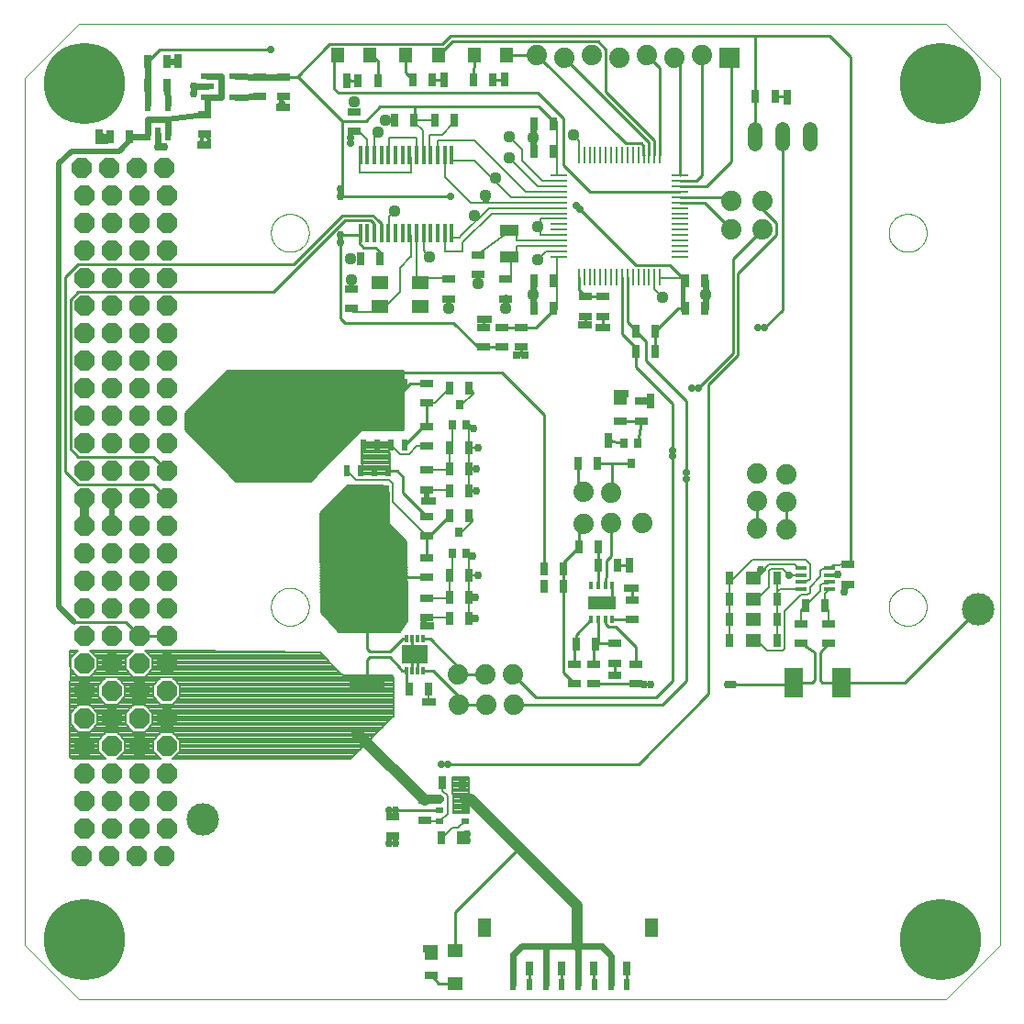
<source format=gtl>
G75*
%MOIN*%
%OFA0B0*%
%FSLAX25Y25*%
%IPPOS*%
%LPD*%
%AMOC8*
5,1,8,0,0,1.08239X$1,22.5*
%
%ADD10R,0.03150X0.04724*%
%ADD11C,0.00000*%
%ADD12C,0.29528*%
%ADD13OC8,0.07400*%
%ADD14R,0.01200X0.03100*%
%ADD15R,0.09800X0.06900*%
%ADD16R,0.04724X0.02362*%
%ADD17R,0.04724X0.03150*%
%ADD18R,0.02362X0.04724*%
%ADD19R,0.12598X0.07087*%
%ADD20C,0.07400*%
%ADD21R,0.03937X0.01772*%
%ADD22R,0.01575X0.02756*%
%ADD23R,0.10000X0.05000*%
%ADD24R,0.02756X0.03543*%
%ADD25R,0.07087X0.10630*%
%ADD26R,0.02402X0.04016*%
%ADD27R,0.15394X0.15000*%
%ADD28R,0.00984X0.06102*%
%ADD29R,0.06102X0.00984*%
%ADD30R,0.01575X0.06890*%
%ADD31R,0.07087X0.03937*%
%ADD32C,0.00800*%
%ADD33C,0.04400*%
%ADD34C,0.02400*%
%ADD35R,0.06299X0.04921*%
%ADD36R,0.03937X0.00984*%
%ADD37R,0.00984X0.03937*%
%ADD38R,0.07400X0.07400*%
%ADD39R,0.02756X0.02000*%
%ADD40R,0.02362X0.03937*%
%ADD41R,0.04921X0.07087*%
%ADD42R,0.04724X0.05512*%
%ADD43C,0.05200*%
%ADD44R,0.05512X0.04724*%
%ADD45C,0.01000*%
%ADD46C,0.03200*%
%ADD47C,0.04000*%
%ADD48C,0.02978*%
%ADD49R,0.02978X0.02978*%
%ADD50C,0.01200*%
%ADD51R,0.02781X0.02781*%
%ADD52C,0.02781*%
%ADD53C,0.11811*%
%ADD54C,0.02000*%
D10*
X0142896Y0114117D03*
X0149983Y0114117D03*
X0157502Y0139589D03*
X0164589Y0139589D03*
X0164589Y0147463D03*
X0157502Y0147463D03*
X0157502Y0155337D03*
X0164589Y0155337D03*
X0164589Y0176991D03*
X0157502Y0176991D03*
X0157699Y0186046D03*
X0164786Y0186046D03*
X0164786Y0193920D03*
X0157699Y0193920D03*
X0157699Y0201794D03*
X0164786Y0201794D03*
X0164786Y0223447D03*
X0157699Y0223447D03*
X0188290Y0252384D03*
X0195376Y0252384D03*
X0195376Y0262227D03*
X0188290Y0262227D03*
X0225219Y0243920D03*
X0232306Y0243920D03*
X0232306Y0236636D03*
X0225219Y0236636D03*
X0243250Y0252384D03*
X0250337Y0252384D03*
X0250337Y0262227D03*
X0243250Y0262227D03*
X0195376Y0309471D03*
X0188290Y0309471D03*
X0188290Y0319313D03*
X0195376Y0319313D03*
X0173447Y0335455D03*
X0166361Y0335455D03*
X0151400Y0335455D03*
X0144313Y0335455D03*
X0131518Y0335061D03*
X0124431Y0335061D03*
X0137601Y0320790D03*
X0144687Y0320790D03*
X0152207Y0320790D03*
X0159294Y0320790D03*
X0132286Y0270199D03*
X0125199Y0270199D03*
X0055130Y0333369D03*
X0048044Y0333369D03*
X0048044Y0342119D03*
X0055130Y0342119D03*
X0041380Y0314619D03*
X0034294Y0314619D03*
X0191951Y0157699D03*
X0191951Y0151203D03*
X0199038Y0151203D03*
X0199038Y0157699D03*
X0204550Y0165573D03*
X0211636Y0165573D03*
X0211636Y0159077D03*
X0218723Y0159077D03*
X0210652Y0130337D03*
X0203565Y0130337D03*
X0162148Y0079983D03*
X0155061Y0079983D03*
X0154561Y0059983D03*
X0161648Y0059983D03*
X0259412Y0131695D03*
X0266498Y0131695D03*
X0269412Y0131695D03*
X0276498Y0131695D03*
X0276498Y0139195D03*
X0269412Y0139195D03*
X0266498Y0139195D03*
X0259412Y0139195D03*
X0259412Y0146695D03*
X0266498Y0146695D03*
X0269412Y0146695D03*
X0276498Y0146695D03*
X0276498Y0154195D03*
X0269412Y0154195D03*
X0266498Y0154195D03*
X0259412Y0154195D03*
X0286912Y0144195D03*
X0293998Y0144195D03*
X0211243Y0195888D03*
X0204156Y0195888D03*
X0268802Y0329195D03*
X0275888Y0329195D03*
D11*
X0003172Y0335849D02*
X0003172Y0020888D01*
X0022857Y0001203D01*
X0337817Y0001203D01*
X0357502Y0020888D01*
X0357502Y0335849D01*
X0337817Y0355534D01*
X0022857Y0355534D01*
X0003172Y0335849D01*
X0092738Y0279746D02*
X0092740Y0279915D01*
X0092746Y0280084D01*
X0092757Y0280253D01*
X0092771Y0280421D01*
X0092790Y0280589D01*
X0092813Y0280757D01*
X0092839Y0280924D01*
X0092870Y0281090D01*
X0092905Y0281256D01*
X0092944Y0281420D01*
X0092988Y0281584D01*
X0093035Y0281746D01*
X0093086Y0281907D01*
X0093141Y0282067D01*
X0093200Y0282226D01*
X0093262Y0282383D01*
X0093329Y0282538D01*
X0093400Y0282692D01*
X0093474Y0282844D01*
X0093552Y0282994D01*
X0093633Y0283142D01*
X0093718Y0283288D01*
X0093807Y0283432D01*
X0093899Y0283574D01*
X0093995Y0283713D01*
X0094094Y0283850D01*
X0094196Y0283985D01*
X0094302Y0284117D01*
X0094411Y0284246D01*
X0094523Y0284373D01*
X0094638Y0284497D01*
X0094756Y0284618D01*
X0094877Y0284736D01*
X0095001Y0284851D01*
X0095128Y0284963D01*
X0095257Y0285072D01*
X0095389Y0285178D01*
X0095524Y0285280D01*
X0095661Y0285379D01*
X0095800Y0285475D01*
X0095942Y0285567D01*
X0096086Y0285656D01*
X0096232Y0285741D01*
X0096380Y0285822D01*
X0096530Y0285900D01*
X0096682Y0285974D01*
X0096836Y0286045D01*
X0096991Y0286112D01*
X0097148Y0286174D01*
X0097307Y0286233D01*
X0097467Y0286288D01*
X0097628Y0286339D01*
X0097790Y0286386D01*
X0097954Y0286430D01*
X0098118Y0286469D01*
X0098284Y0286504D01*
X0098450Y0286535D01*
X0098617Y0286561D01*
X0098785Y0286584D01*
X0098953Y0286603D01*
X0099121Y0286617D01*
X0099290Y0286628D01*
X0099459Y0286634D01*
X0099628Y0286636D01*
X0099797Y0286634D01*
X0099966Y0286628D01*
X0100135Y0286617D01*
X0100303Y0286603D01*
X0100471Y0286584D01*
X0100639Y0286561D01*
X0100806Y0286535D01*
X0100972Y0286504D01*
X0101138Y0286469D01*
X0101302Y0286430D01*
X0101466Y0286386D01*
X0101628Y0286339D01*
X0101789Y0286288D01*
X0101949Y0286233D01*
X0102108Y0286174D01*
X0102265Y0286112D01*
X0102420Y0286045D01*
X0102574Y0285974D01*
X0102726Y0285900D01*
X0102876Y0285822D01*
X0103024Y0285741D01*
X0103170Y0285656D01*
X0103314Y0285567D01*
X0103456Y0285475D01*
X0103595Y0285379D01*
X0103732Y0285280D01*
X0103867Y0285178D01*
X0103999Y0285072D01*
X0104128Y0284963D01*
X0104255Y0284851D01*
X0104379Y0284736D01*
X0104500Y0284618D01*
X0104618Y0284497D01*
X0104733Y0284373D01*
X0104845Y0284246D01*
X0104954Y0284117D01*
X0105060Y0283985D01*
X0105162Y0283850D01*
X0105261Y0283713D01*
X0105357Y0283574D01*
X0105449Y0283432D01*
X0105538Y0283288D01*
X0105623Y0283142D01*
X0105704Y0282994D01*
X0105782Y0282844D01*
X0105856Y0282692D01*
X0105927Y0282538D01*
X0105994Y0282383D01*
X0106056Y0282226D01*
X0106115Y0282067D01*
X0106170Y0281907D01*
X0106221Y0281746D01*
X0106268Y0281584D01*
X0106312Y0281420D01*
X0106351Y0281256D01*
X0106386Y0281090D01*
X0106417Y0280924D01*
X0106443Y0280757D01*
X0106466Y0280589D01*
X0106485Y0280421D01*
X0106499Y0280253D01*
X0106510Y0280084D01*
X0106516Y0279915D01*
X0106518Y0279746D01*
X0106516Y0279577D01*
X0106510Y0279408D01*
X0106499Y0279239D01*
X0106485Y0279071D01*
X0106466Y0278903D01*
X0106443Y0278735D01*
X0106417Y0278568D01*
X0106386Y0278402D01*
X0106351Y0278236D01*
X0106312Y0278072D01*
X0106268Y0277908D01*
X0106221Y0277746D01*
X0106170Y0277585D01*
X0106115Y0277425D01*
X0106056Y0277266D01*
X0105994Y0277109D01*
X0105927Y0276954D01*
X0105856Y0276800D01*
X0105782Y0276648D01*
X0105704Y0276498D01*
X0105623Y0276350D01*
X0105538Y0276204D01*
X0105449Y0276060D01*
X0105357Y0275918D01*
X0105261Y0275779D01*
X0105162Y0275642D01*
X0105060Y0275507D01*
X0104954Y0275375D01*
X0104845Y0275246D01*
X0104733Y0275119D01*
X0104618Y0274995D01*
X0104500Y0274874D01*
X0104379Y0274756D01*
X0104255Y0274641D01*
X0104128Y0274529D01*
X0103999Y0274420D01*
X0103867Y0274314D01*
X0103732Y0274212D01*
X0103595Y0274113D01*
X0103456Y0274017D01*
X0103314Y0273925D01*
X0103170Y0273836D01*
X0103024Y0273751D01*
X0102876Y0273670D01*
X0102726Y0273592D01*
X0102574Y0273518D01*
X0102420Y0273447D01*
X0102265Y0273380D01*
X0102108Y0273318D01*
X0101949Y0273259D01*
X0101789Y0273204D01*
X0101628Y0273153D01*
X0101466Y0273106D01*
X0101302Y0273062D01*
X0101138Y0273023D01*
X0100972Y0272988D01*
X0100806Y0272957D01*
X0100639Y0272931D01*
X0100471Y0272908D01*
X0100303Y0272889D01*
X0100135Y0272875D01*
X0099966Y0272864D01*
X0099797Y0272858D01*
X0099628Y0272856D01*
X0099459Y0272858D01*
X0099290Y0272864D01*
X0099121Y0272875D01*
X0098953Y0272889D01*
X0098785Y0272908D01*
X0098617Y0272931D01*
X0098450Y0272957D01*
X0098284Y0272988D01*
X0098118Y0273023D01*
X0097954Y0273062D01*
X0097790Y0273106D01*
X0097628Y0273153D01*
X0097467Y0273204D01*
X0097307Y0273259D01*
X0097148Y0273318D01*
X0096991Y0273380D01*
X0096836Y0273447D01*
X0096682Y0273518D01*
X0096530Y0273592D01*
X0096380Y0273670D01*
X0096232Y0273751D01*
X0096086Y0273836D01*
X0095942Y0273925D01*
X0095800Y0274017D01*
X0095661Y0274113D01*
X0095524Y0274212D01*
X0095389Y0274314D01*
X0095257Y0274420D01*
X0095128Y0274529D01*
X0095001Y0274641D01*
X0094877Y0274756D01*
X0094756Y0274874D01*
X0094638Y0274995D01*
X0094523Y0275119D01*
X0094411Y0275246D01*
X0094302Y0275375D01*
X0094196Y0275507D01*
X0094094Y0275642D01*
X0093995Y0275779D01*
X0093899Y0275918D01*
X0093807Y0276060D01*
X0093718Y0276204D01*
X0093633Y0276350D01*
X0093552Y0276498D01*
X0093474Y0276648D01*
X0093400Y0276800D01*
X0093329Y0276954D01*
X0093262Y0277109D01*
X0093200Y0277266D01*
X0093141Y0277425D01*
X0093086Y0277585D01*
X0093035Y0277746D01*
X0092988Y0277908D01*
X0092944Y0278072D01*
X0092905Y0278236D01*
X0092870Y0278402D01*
X0092839Y0278568D01*
X0092813Y0278735D01*
X0092790Y0278903D01*
X0092771Y0279071D01*
X0092757Y0279239D01*
X0092746Y0279408D01*
X0092740Y0279577D01*
X0092738Y0279746D01*
X0092738Y0143920D02*
X0092740Y0144089D01*
X0092746Y0144258D01*
X0092757Y0144427D01*
X0092771Y0144595D01*
X0092790Y0144763D01*
X0092813Y0144931D01*
X0092839Y0145098D01*
X0092870Y0145264D01*
X0092905Y0145430D01*
X0092944Y0145594D01*
X0092988Y0145758D01*
X0093035Y0145920D01*
X0093086Y0146081D01*
X0093141Y0146241D01*
X0093200Y0146400D01*
X0093262Y0146557D01*
X0093329Y0146712D01*
X0093400Y0146866D01*
X0093474Y0147018D01*
X0093552Y0147168D01*
X0093633Y0147316D01*
X0093718Y0147462D01*
X0093807Y0147606D01*
X0093899Y0147748D01*
X0093995Y0147887D01*
X0094094Y0148024D01*
X0094196Y0148159D01*
X0094302Y0148291D01*
X0094411Y0148420D01*
X0094523Y0148547D01*
X0094638Y0148671D01*
X0094756Y0148792D01*
X0094877Y0148910D01*
X0095001Y0149025D01*
X0095128Y0149137D01*
X0095257Y0149246D01*
X0095389Y0149352D01*
X0095524Y0149454D01*
X0095661Y0149553D01*
X0095800Y0149649D01*
X0095942Y0149741D01*
X0096086Y0149830D01*
X0096232Y0149915D01*
X0096380Y0149996D01*
X0096530Y0150074D01*
X0096682Y0150148D01*
X0096836Y0150219D01*
X0096991Y0150286D01*
X0097148Y0150348D01*
X0097307Y0150407D01*
X0097467Y0150462D01*
X0097628Y0150513D01*
X0097790Y0150560D01*
X0097954Y0150604D01*
X0098118Y0150643D01*
X0098284Y0150678D01*
X0098450Y0150709D01*
X0098617Y0150735D01*
X0098785Y0150758D01*
X0098953Y0150777D01*
X0099121Y0150791D01*
X0099290Y0150802D01*
X0099459Y0150808D01*
X0099628Y0150810D01*
X0099797Y0150808D01*
X0099966Y0150802D01*
X0100135Y0150791D01*
X0100303Y0150777D01*
X0100471Y0150758D01*
X0100639Y0150735D01*
X0100806Y0150709D01*
X0100972Y0150678D01*
X0101138Y0150643D01*
X0101302Y0150604D01*
X0101466Y0150560D01*
X0101628Y0150513D01*
X0101789Y0150462D01*
X0101949Y0150407D01*
X0102108Y0150348D01*
X0102265Y0150286D01*
X0102420Y0150219D01*
X0102574Y0150148D01*
X0102726Y0150074D01*
X0102876Y0149996D01*
X0103024Y0149915D01*
X0103170Y0149830D01*
X0103314Y0149741D01*
X0103456Y0149649D01*
X0103595Y0149553D01*
X0103732Y0149454D01*
X0103867Y0149352D01*
X0103999Y0149246D01*
X0104128Y0149137D01*
X0104255Y0149025D01*
X0104379Y0148910D01*
X0104500Y0148792D01*
X0104618Y0148671D01*
X0104733Y0148547D01*
X0104845Y0148420D01*
X0104954Y0148291D01*
X0105060Y0148159D01*
X0105162Y0148024D01*
X0105261Y0147887D01*
X0105357Y0147748D01*
X0105449Y0147606D01*
X0105538Y0147462D01*
X0105623Y0147316D01*
X0105704Y0147168D01*
X0105782Y0147018D01*
X0105856Y0146866D01*
X0105927Y0146712D01*
X0105994Y0146557D01*
X0106056Y0146400D01*
X0106115Y0146241D01*
X0106170Y0146081D01*
X0106221Y0145920D01*
X0106268Y0145758D01*
X0106312Y0145594D01*
X0106351Y0145430D01*
X0106386Y0145264D01*
X0106417Y0145098D01*
X0106443Y0144931D01*
X0106466Y0144763D01*
X0106485Y0144595D01*
X0106499Y0144427D01*
X0106510Y0144258D01*
X0106516Y0144089D01*
X0106518Y0143920D01*
X0106516Y0143751D01*
X0106510Y0143582D01*
X0106499Y0143413D01*
X0106485Y0143245D01*
X0106466Y0143077D01*
X0106443Y0142909D01*
X0106417Y0142742D01*
X0106386Y0142576D01*
X0106351Y0142410D01*
X0106312Y0142246D01*
X0106268Y0142082D01*
X0106221Y0141920D01*
X0106170Y0141759D01*
X0106115Y0141599D01*
X0106056Y0141440D01*
X0105994Y0141283D01*
X0105927Y0141128D01*
X0105856Y0140974D01*
X0105782Y0140822D01*
X0105704Y0140672D01*
X0105623Y0140524D01*
X0105538Y0140378D01*
X0105449Y0140234D01*
X0105357Y0140092D01*
X0105261Y0139953D01*
X0105162Y0139816D01*
X0105060Y0139681D01*
X0104954Y0139549D01*
X0104845Y0139420D01*
X0104733Y0139293D01*
X0104618Y0139169D01*
X0104500Y0139048D01*
X0104379Y0138930D01*
X0104255Y0138815D01*
X0104128Y0138703D01*
X0103999Y0138594D01*
X0103867Y0138488D01*
X0103732Y0138386D01*
X0103595Y0138287D01*
X0103456Y0138191D01*
X0103314Y0138099D01*
X0103170Y0138010D01*
X0103024Y0137925D01*
X0102876Y0137844D01*
X0102726Y0137766D01*
X0102574Y0137692D01*
X0102420Y0137621D01*
X0102265Y0137554D01*
X0102108Y0137492D01*
X0101949Y0137433D01*
X0101789Y0137378D01*
X0101628Y0137327D01*
X0101466Y0137280D01*
X0101302Y0137236D01*
X0101138Y0137197D01*
X0100972Y0137162D01*
X0100806Y0137131D01*
X0100639Y0137105D01*
X0100471Y0137082D01*
X0100303Y0137063D01*
X0100135Y0137049D01*
X0099966Y0137038D01*
X0099797Y0137032D01*
X0099628Y0137030D01*
X0099459Y0137032D01*
X0099290Y0137038D01*
X0099121Y0137049D01*
X0098953Y0137063D01*
X0098785Y0137082D01*
X0098617Y0137105D01*
X0098450Y0137131D01*
X0098284Y0137162D01*
X0098118Y0137197D01*
X0097954Y0137236D01*
X0097790Y0137280D01*
X0097628Y0137327D01*
X0097467Y0137378D01*
X0097307Y0137433D01*
X0097148Y0137492D01*
X0096991Y0137554D01*
X0096836Y0137621D01*
X0096682Y0137692D01*
X0096530Y0137766D01*
X0096380Y0137844D01*
X0096232Y0137925D01*
X0096086Y0138010D01*
X0095942Y0138099D01*
X0095800Y0138191D01*
X0095661Y0138287D01*
X0095524Y0138386D01*
X0095389Y0138488D01*
X0095257Y0138594D01*
X0095128Y0138703D01*
X0095001Y0138815D01*
X0094877Y0138930D01*
X0094756Y0139048D01*
X0094638Y0139169D01*
X0094523Y0139293D01*
X0094411Y0139420D01*
X0094302Y0139549D01*
X0094196Y0139681D01*
X0094094Y0139816D01*
X0093995Y0139953D01*
X0093899Y0140092D01*
X0093807Y0140234D01*
X0093718Y0140378D01*
X0093633Y0140524D01*
X0093552Y0140672D01*
X0093474Y0140822D01*
X0093400Y0140974D01*
X0093329Y0141128D01*
X0093262Y0141283D01*
X0093200Y0141440D01*
X0093141Y0141599D01*
X0093086Y0141759D01*
X0093035Y0141920D01*
X0092988Y0142082D01*
X0092944Y0142246D01*
X0092905Y0142410D01*
X0092870Y0142576D01*
X0092839Y0142742D01*
X0092813Y0142909D01*
X0092790Y0143077D01*
X0092771Y0143245D01*
X0092757Y0143413D01*
X0092746Y0143582D01*
X0092740Y0143751D01*
X0092738Y0143920D01*
X0317148Y0143920D02*
X0317150Y0144089D01*
X0317156Y0144258D01*
X0317167Y0144427D01*
X0317181Y0144595D01*
X0317200Y0144763D01*
X0317223Y0144931D01*
X0317249Y0145098D01*
X0317280Y0145264D01*
X0317315Y0145430D01*
X0317354Y0145594D01*
X0317398Y0145758D01*
X0317445Y0145920D01*
X0317496Y0146081D01*
X0317551Y0146241D01*
X0317610Y0146400D01*
X0317672Y0146557D01*
X0317739Y0146712D01*
X0317810Y0146866D01*
X0317884Y0147018D01*
X0317962Y0147168D01*
X0318043Y0147316D01*
X0318128Y0147462D01*
X0318217Y0147606D01*
X0318309Y0147748D01*
X0318405Y0147887D01*
X0318504Y0148024D01*
X0318606Y0148159D01*
X0318712Y0148291D01*
X0318821Y0148420D01*
X0318933Y0148547D01*
X0319048Y0148671D01*
X0319166Y0148792D01*
X0319287Y0148910D01*
X0319411Y0149025D01*
X0319538Y0149137D01*
X0319667Y0149246D01*
X0319799Y0149352D01*
X0319934Y0149454D01*
X0320071Y0149553D01*
X0320210Y0149649D01*
X0320352Y0149741D01*
X0320496Y0149830D01*
X0320642Y0149915D01*
X0320790Y0149996D01*
X0320940Y0150074D01*
X0321092Y0150148D01*
X0321246Y0150219D01*
X0321401Y0150286D01*
X0321558Y0150348D01*
X0321717Y0150407D01*
X0321877Y0150462D01*
X0322038Y0150513D01*
X0322200Y0150560D01*
X0322364Y0150604D01*
X0322528Y0150643D01*
X0322694Y0150678D01*
X0322860Y0150709D01*
X0323027Y0150735D01*
X0323195Y0150758D01*
X0323363Y0150777D01*
X0323531Y0150791D01*
X0323700Y0150802D01*
X0323869Y0150808D01*
X0324038Y0150810D01*
X0324207Y0150808D01*
X0324376Y0150802D01*
X0324545Y0150791D01*
X0324713Y0150777D01*
X0324881Y0150758D01*
X0325049Y0150735D01*
X0325216Y0150709D01*
X0325382Y0150678D01*
X0325548Y0150643D01*
X0325712Y0150604D01*
X0325876Y0150560D01*
X0326038Y0150513D01*
X0326199Y0150462D01*
X0326359Y0150407D01*
X0326518Y0150348D01*
X0326675Y0150286D01*
X0326830Y0150219D01*
X0326984Y0150148D01*
X0327136Y0150074D01*
X0327286Y0149996D01*
X0327434Y0149915D01*
X0327580Y0149830D01*
X0327724Y0149741D01*
X0327866Y0149649D01*
X0328005Y0149553D01*
X0328142Y0149454D01*
X0328277Y0149352D01*
X0328409Y0149246D01*
X0328538Y0149137D01*
X0328665Y0149025D01*
X0328789Y0148910D01*
X0328910Y0148792D01*
X0329028Y0148671D01*
X0329143Y0148547D01*
X0329255Y0148420D01*
X0329364Y0148291D01*
X0329470Y0148159D01*
X0329572Y0148024D01*
X0329671Y0147887D01*
X0329767Y0147748D01*
X0329859Y0147606D01*
X0329948Y0147462D01*
X0330033Y0147316D01*
X0330114Y0147168D01*
X0330192Y0147018D01*
X0330266Y0146866D01*
X0330337Y0146712D01*
X0330404Y0146557D01*
X0330466Y0146400D01*
X0330525Y0146241D01*
X0330580Y0146081D01*
X0330631Y0145920D01*
X0330678Y0145758D01*
X0330722Y0145594D01*
X0330761Y0145430D01*
X0330796Y0145264D01*
X0330827Y0145098D01*
X0330853Y0144931D01*
X0330876Y0144763D01*
X0330895Y0144595D01*
X0330909Y0144427D01*
X0330920Y0144258D01*
X0330926Y0144089D01*
X0330928Y0143920D01*
X0330926Y0143751D01*
X0330920Y0143582D01*
X0330909Y0143413D01*
X0330895Y0143245D01*
X0330876Y0143077D01*
X0330853Y0142909D01*
X0330827Y0142742D01*
X0330796Y0142576D01*
X0330761Y0142410D01*
X0330722Y0142246D01*
X0330678Y0142082D01*
X0330631Y0141920D01*
X0330580Y0141759D01*
X0330525Y0141599D01*
X0330466Y0141440D01*
X0330404Y0141283D01*
X0330337Y0141128D01*
X0330266Y0140974D01*
X0330192Y0140822D01*
X0330114Y0140672D01*
X0330033Y0140524D01*
X0329948Y0140378D01*
X0329859Y0140234D01*
X0329767Y0140092D01*
X0329671Y0139953D01*
X0329572Y0139816D01*
X0329470Y0139681D01*
X0329364Y0139549D01*
X0329255Y0139420D01*
X0329143Y0139293D01*
X0329028Y0139169D01*
X0328910Y0139048D01*
X0328789Y0138930D01*
X0328665Y0138815D01*
X0328538Y0138703D01*
X0328409Y0138594D01*
X0328277Y0138488D01*
X0328142Y0138386D01*
X0328005Y0138287D01*
X0327866Y0138191D01*
X0327724Y0138099D01*
X0327580Y0138010D01*
X0327434Y0137925D01*
X0327286Y0137844D01*
X0327136Y0137766D01*
X0326984Y0137692D01*
X0326830Y0137621D01*
X0326675Y0137554D01*
X0326518Y0137492D01*
X0326359Y0137433D01*
X0326199Y0137378D01*
X0326038Y0137327D01*
X0325876Y0137280D01*
X0325712Y0137236D01*
X0325548Y0137197D01*
X0325382Y0137162D01*
X0325216Y0137131D01*
X0325049Y0137105D01*
X0324881Y0137082D01*
X0324713Y0137063D01*
X0324545Y0137049D01*
X0324376Y0137038D01*
X0324207Y0137032D01*
X0324038Y0137030D01*
X0323869Y0137032D01*
X0323700Y0137038D01*
X0323531Y0137049D01*
X0323363Y0137063D01*
X0323195Y0137082D01*
X0323027Y0137105D01*
X0322860Y0137131D01*
X0322694Y0137162D01*
X0322528Y0137197D01*
X0322364Y0137236D01*
X0322200Y0137280D01*
X0322038Y0137327D01*
X0321877Y0137378D01*
X0321717Y0137433D01*
X0321558Y0137492D01*
X0321401Y0137554D01*
X0321246Y0137621D01*
X0321092Y0137692D01*
X0320940Y0137766D01*
X0320790Y0137844D01*
X0320642Y0137925D01*
X0320496Y0138010D01*
X0320352Y0138099D01*
X0320210Y0138191D01*
X0320071Y0138287D01*
X0319934Y0138386D01*
X0319799Y0138488D01*
X0319667Y0138594D01*
X0319538Y0138703D01*
X0319411Y0138815D01*
X0319287Y0138930D01*
X0319166Y0139048D01*
X0319048Y0139169D01*
X0318933Y0139293D01*
X0318821Y0139420D01*
X0318712Y0139549D01*
X0318606Y0139681D01*
X0318504Y0139816D01*
X0318405Y0139953D01*
X0318309Y0140092D01*
X0318217Y0140234D01*
X0318128Y0140378D01*
X0318043Y0140524D01*
X0317962Y0140672D01*
X0317884Y0140822D01*
X0317810Y0140974D01*
X0317739Y0141128D01*
X0317672Y0141283D01*
X0317610Y0141440D01*
X0317551Y0141599D01*
X0317496Y0141759D01*
X0317445Y0141920D01*
X0317398Y0142082D01*
X0317354Y0142246D01*
X0317315Y0142410D01*
X0317280Y0142576D01*
X0317249Y0142742D01*
X0317223Y0142909D01*
X0317200Y0143077D01*
X0317181Y0143245D01*
X0317167Y0143413D01*
X0317156Y0143582D01*
X0317150Y0143751D01*
X0317148Y0143920D01*
X0317148Y0279746D02*
X0317150Y0279915D01*
X0317156Y0280084D01*
X0317167Y0280253D01*
X0317181Y0280421D01*
X0317200Y0280589D01*
X0317223Y0280757D01*
X0317249Y0280924D01*
X0317280Y0281090D01*
X0317315Y0281256D01*
X0317354Y0281420D01*
X0317398Y0281584D01*
X0317445Y0281746D01*
X0317496Y0281907D01*
X0317551Y0282067D01*
X0317610Y0282226D01*
X0317672Y0282383D01*
X0317739Y0282538D01*
X0317810Y0282692D01*
X0317884Y0282844D01*
X0317962Y0282994D01*
X0318043Y0283142D01*
X0318128Y0283288D01*
X0318217Y0283432D01*
X0318309Y0283574D01*
X0318405Y0283713D01*
X0318504Y0283850D01*
X0318606Y0283985D01*
X0318712Y0284117D01*
X0318821Y0284246D01*
X0318933Y0284373D01*
X0319048Y0284497D01*
X0319166Y0284618D01*
X0319287Y0284736D01*
X0319411Y0284851D01*
X0319538Y0284963D01*
X0319667Y0285072D01*
X0319799Y0285178D01*
X0319934Y0285280D01*
X0320071Y0285379D01*
X0320210Y0285475D01*
X0320352Y0285567D01*
X0320496Y0285656D01*
X0320642Y0285741D01*
X0320790Y0285822D01*
X0320940Y0285900D01*
X0321092Y0285974D01*
X0321246Y0286045D01*
X0321401Y0286112D01*
X0321558Y0286174D01*
X0321717Y0286233D01*
X0321877Y0286288D01*
X0322038Y0286339D01*
X0322200Y0286386D01*
X0322364Y0286430D01*
X0322528Y0286469D01*
X0322694Y0286504D01*
X0322860Y0286535D01*
X0323027Y0286561D01*
X0323195Y0286584D01*
X0323363Y0286603D01*
X0323531Y0286617D01*
X0323700Y0286628D01*
X0323869Y0286634D01*
X0324038Y0286636D01*
X0324207Y0286634D01*
X0324376Y0286628D01*
X0324545Y0286617D01*
X0324713Y0286603D01*
X0324881Y0286584D01*
X0325049Y0286561D01*
X0325216Y0286535D01*
X0325382Y0286504D01*
X0325548Y0286469D01*
X0325712Y0286430D01*
X0325876Y0286386D01*
X0326038Y0286339D01*
X0326199Y0286288D01*
X0326359Y0286233D01*
X0326518Y0286174D01*
X0326675Y0286112D01*
X0326830Y0286045D01*
X0326984Y0285974D01*
X0327136Y0285900D01*
X0327286Y0285822D01*
X0327434Y0285741D01*
X0327580Y0285656D01*
X0327724Y0285567D01*
X0327866Y0285475D01*
X0328005Y0285379D01*
X0328142Y0285280D01*
X0328277Y0285178D01*
X0328409Y0285072D01*
X0328538Y0284963D01*
X0328665Y0284851D01*
X0328789Y0284736D01*
X0328910Y0284618D01*
X0329028Y0284497D01*
X0329143Y0284373D01*
X0329255Y0284246D01*
X0329364Y0284117D01*
X0329470Y0283985D01*
X0329572Y0283850D01*
X0329671Y0283713D01*
X0329767Y0283574D01*
X0329859Y0283432D01*
X0329948Y0283288D01*
X0330033Y0283142D01*
X0330114Y0282994D01*
X0330192Y0282844D01*
X0330266Y0282692D01*
X0330337Y0282538D01*
X0330404Y0282383D01*
X0330466Y0282226D01*
X0330525Y0282067D01*
X0330580Y0281907D01*
X0330631Y0281746D01*
X0330678Y0281584D01*
X0330722Y0281420D01*
X0330761Y0281256D01*
X0330796Y0281090D01*
X0330827Y0280924D01*
X0330853Y0280757D01*
X0330876Y0280589D01*
X0330895Y0280421D01*
X0330909Y0280253D01*
X0330920Y0280084D01*
X0330926Y0279915D01*
X0330928Y0279746D01*
X0330926Y0279577D01*
X0330920Y0279408D01*
X0330909Y0279239D01*
X0330895Y0279071D01*
X0330876Y0278903D01*
X0330853Y0278735D01*
X0330827Y0278568D01*
X0330796Y0278402D01*
X0330761Y0278236D01*
X0330722Y0278072D01*
X0330678Y0277908D01*
X0330631Y0277746D01*
X0330580Y0277585D01*
X0330525Y0277425D01*
X0330466Y0277266D01*
X0330404Y0277109D01*
X0330337Y0276954D01*
X0330266Y0276800D01*
X0330192Y0276648D01*
X0330114Y0276498D01*
X0330033Y0276350D01*
X0329948Y0276204D01*
X0329859Y0276060D01*
X0329767Y0275918D01*
X0329671Y0275779D01*
X0329572Y0275642D01*
X0329470Y0275507D01*
X0329364Y0275375D01*
X0329255Y0275246D01*
X0329143Y0275119D01*
X0329028Y0274995D01*
X0328910Y0274874D01*
X0328789Y0274756D01*
X0328665Y0274641D01*
X0328538Y0274529D01*
X0328409Y0274420D01*
X0328277Y0274314D01*
X0328142Y0274212D01*
X0328005Y0274113D01*
X0327866Y0274017D01*
X0327724Y0273925D01*
X0327580Y0273836D01*
X0327434Y0273751D01*
X0327286Y0273670D01*
X0327136Y0273592D01*
X0326984Y0273518D01*
X0326830Y0273447D01*
X0326675Y0273380D01*
X0326518Y0273318D01*
X0326359Y0273259D01*
X0326199Y0273204D01*
X0326038Y0273153D01*
X0325876Y0273106D01*
X0325712Y0273062D01*
X0325548Y0273023D01*
X0325382Y0272988D01*
X0325216Y0272957D01*
X0325049Y0272931D01*
X0324881Y0272908D01*
X0324713Y0272889D01*
X0324545Y0272875D01*
X0324376Y0272864D01*
X0324207Y0272858D01*
X0324038Y0272856D01*
X0323869Y0272858D01*
X0323700Y0272864D01*
X0323531Y0272875D01*
X0323363Y0272889D01*
X0323195Y0272908D01*
X0323027Y0272931D01*
X0322860Y0272957D01*
X0322694Y0272988D01*
X0322528Y0273023D01*
X0322364Y0273062D01*
X0322200Y0273106D01*
X0322038Y0273153D01*
X0321877Y0273204D01*
X0321717Y0273259D01*
X0321558Y0273318D01*
X0321401Y0273380D01*
X0321246Y0273447D01*
X0321092Y0273518D01*
X0320940Y0273592D01*
X0320790Y0273670D01*
X0320642Y0273751D01*
X0320496Y0273836D01*
X0320352Y0273925D01*
X0320210Y0274017D01*
X0320071Y0274113D01*
X0319934Y0274212D01*
X0319799Y0274314D01*
X0319667Y0274420D01*
X0319538Y0274529D01*
X0319411Y0274641D01*
X0319287Y0274756D01*
X0319166Y0274874D01*
X0319048Y0274995D01*
X0318933Y0275119D01*
X0318821Y0275246D01*
X0318712Y0275375D01*
X0318606Y0275507D01*
X0318504Y0275642D01*
X0318405Y0275779D01*
X0318309Y0275918D01*
X0318217Y0276060D01*
X0318128Y0276204D01*
X0318043Y0276350D01*
X0317962Y0276498D01*
X0317884Y0276648D01*
X0317810Y0276800D01*
X0317739Y0276954D01*
X0317672Y0277109D01*
X0317610Y0277266D01*
X0317551Y0277425D01*
X0317496Y0277585D01*
X0317445Y0277746D01*
X0317398Y0277908D01*
X0317354Y0278072D01*
X0317315Y0278236D01*
X0317280Y0278402D01*
X0317249Y0278568D01*
X0317223Y0278735D01*
X0317200Y0278903D01*
X0317181Y0279071D01*
X0317167Y0279239D01*
X0317156Y0279408D01*
X0317150Y0279577D01*
X0317148Y0279746D01*
D12*
X0335849Y0333880D03*
X0335849Y0022857D03*
X0024825Y0022857D03*
X0024825Y0333880D03*
D13*
X0023825Y0303369D03*
X0024825Y0293369D03*
X0034825Y0293369D03*
X0033825Y0303369D03*
X0043825Y0303369D03*
X0053825Y0303369D03*
X0054825Y0293369D03*
X0044825Y0293369D03*
X0044825Y0283369D03*
X0034825Y0283369D03*
X0024825Y0283369D03*
X0024825Y0273369D03*
X0034825Y0273369D03*
X0044825Y0273369D03*
X0054825Y0273369D03*
X0054825Y0283369D03*
X0054825Y0263369D03*
X0044825Y0263369D03*
X0034825Y0263369D03*
X0024825Y0263369D03*
X0024825Y0253369D03*
X0024825Y0243369D03*
X0034825Y0243369D03*
X0034825Y0253369D03*
X0044825Y0253369D03*
X0044825Y0243369D03*
X0054825Y0243369D03*
X0054825Y0253369D03*
X0054825Y0233369D03*
X0044825Y0233369D03*
X0034825Y0233369D03*
X0024825Y0233369D03*
X0024825Y0223369D03*
X0034825Y0223369D03*
X0044825Y0223369D03*
X0054825Y0223369D03*
X0054825Y0213369D03*
X0054825Y0203369D03*
X0044825Y0203369D03*
X0044825Y0213369D03*
X0034825Y0213369D03*
X0034825Y0203369D03*
X0024825Y0203369D03*
X0024825Y0213369D03*
X0024825Y0193369D03*
X0034825Y0193369D03*
X0044825Y0193369D03*
X0054825Y0193369D03*
X0054825Y0183369D03*
X0044825Y0183369D03*
X0034825Y0183369D03*
X0024825Y0183369D03*
X0024825Y0173369D03*
X0024825Y0163369D03*
X0034825Y0163369D03*
X0034825Y0173369D03*
X0044825Y0173369D03*
X0044825Y0163369D03*
X0054825Y0163369D03*
X0054825Y0173369D03*
X0054825Y0153369D03*
X0044825Y0153369D03*
X0034825Y0153369D03*
X0024825Y0153369D03*
X0024825Y0143369D03*
X0034825Y0143369D03*
X0044825Y0143369D03*
X0054825Y0143369D03*
X0054825Y0133369D03*
X0054825Y0123369D03*
X0044825Y0123369D03*
X0044825Y0133369D03*
X0034825Y0133369D03*
X0034825Y0123369D03*
X0024825Y0123369D03*
X0024825Y0133369D03*
X0024825Y0113369D03*
X0034825Y0113369D03*
X0044825Y0113369D03*
X0054825Y0113369D03*
X0054825Y0103369D03*
X0044825Y0103369D03*
X0034825Y0103369D03*
X0024825Y0103369D03*
X0024825Y0093369D03*
X0024825Y0083369D03*
X0034825Y0083369D03*
X0034825Y0093369D03*
X0044825Y0093369D03*
X0044825Y0083369D03*
X0054825Y0083369D03*
X0054825Y0093369D03*
X0054825Y0073369D03*
X0044825Y0073369D03*
X0034825Y0073369D03*
X0024825Y0073369D03*
X0024825Y0063369D03*
X0034825Y0063369D03*
X0044825Y0063369D03*
X0054825Y0063369D03*
X0053825Y0053369D03*
X0043825Y0053369D03*
X0033825Y0053369D03*
X0023825Y0053369D03*
D14*
X0142069Y0120768D03*
X0144038Y0120768D03*
X0146006Y0120768D03*
X0147975Y0120768D03*
X0147975Y0132268D03*
X0146006Y0132268D03*
X0144038Y0132268D03*
X0142069Y0132268D03*
D15*
X0145022Y0126518D03*
D16*
X0080120Y0329146D03*
X0080120Y0336626D03*
X0069491Y0336626D03*
X0069491Y0332886D03*
X0069491Y0329146D03*
D17*
X0068556Y0322680D03*
X0068556Y0315593D03*
X0088556Y0329343D03*
X0088556Y0336430D03*
X0097306Y0336430D03*
X0097306Y0329343D03*
X0122857Y0323762D03*
X0122857Y0316676D03*
X0168132Y0271754D03*
X0168132Y0264668D03*
X0177975Y0262896D03*
X0177975Y0255809D03*
X0176794Y0245298D03*
X0183487Y0245298D03*
X0183487Y0238211D03*
X0176794Y0238211D03*
X0170101Y0238211D03*
X0170101Y0245298D03*
X0157306Y0255809D03*
X0157306Y0262896D03*
X0121872Y0259294D03*
X0121872Y0252207D03*
X0149431Y0225022D03*
X0149431Y0217935D03*
X0149431Y0209274D03*
X0149431Y0202187D03*
X0149431Y0193526D03*
X0149431Y0186439D03*
X0149431Y0176794D03*
X0149431Y0169707D03*
X0149235Y0161636D03*
X0149235Y0154550D03*
X0149235Y0147069D03*
X0149235Y0139983D03*
X0202975Y0123054D03*
X0202975Y0115967D03*
X0210061Y0115967D03*
X0210061Y0123054D03*
X0217739Y0123447D03*
X0217739Y0130534D03*
X0223841Y0139195D03*
X0223841Y0146282D03*
X0225219Y0123054D03*
X0225219Y0115967D03*
X0285455Y0130652D03*
X0285455Y0137739D03*
X0295455Y0137739D03*
X0295455Y0130652D03*
X0302455Y0152152D03*
X0302455Y0159239D03*
X0227187Y0211439D03*
X0227187Y0218526D03*
X0219707Y0218526D03*
X0219707Y0211439D03*
X0213211Y0249431D03*
X0206912Y0249431D03*
X0206912Y0256518D03*
X0213211Y0256518D03*
X0148605Y0073526D03*
X0148605Y0066439D03*
X0136912Y0067699D03*
X0136912Y0060613D03*
X0150888Y0017109D03*
X0150888Y0010022D03*
D18*
X0055327Y0315554D03*
X0051587Y0315554D03*
X0047847Y0315554D03*
X0047847Y0326183D03*
X0055327Y0326183D03*
D19*
X0127542Y0137975D03*
X0127542Y0115928D03*
D20*
X0160731Y0119313D03*
X0170731Y0119313D03*
X0180731Y0119313D03*
X0181046Y0108290D03*
X0171046Y0108290D03*
X0161046Y0108290D03*
X0206321Y0174125D03*
X0216251Y0174431D03*
X0216361Y0185455D03*
X0206321Y0185525D03*
X0227651Y0174431D03*
X0269313Y0172345D03*
X0269313Y0182345D03*
X0269313Y0192345D03*
X0280140Y0192148D03*
X0280140Y0182148D03*
X0280140Y0172148D03*
X0271352Y0281124D03*
X0271352Y0291361D03*
X0259952Y0291361D03*
X0259952Y0281124D03*
X0239471Y0343420D03*
X0249471Y0344420D03*
X0229471Y0344420D03*
X0219471Y0343420D03*
X0209471Y0344420D03*
X0199471Y0343420D03*
X0189471Y0344420D03*
D21*
X0285337Y0158034D03*
X0285337Y0155475D03*
X0285337Y0152916D03*
X0285337Y0150357D03*
X0295573Y0150357D03*
X0295573Y0152916D03*
X0295573Y0155475D03*
X0295573Y0158034D03*
D22*
X0216754Y0151597D03*
X0214195Y0151597D03*
X0211636Y0151597D03*
X0209077Y0151597D03*
X0209077Y0139195D03*
X0211636Y0139195D03*
X0214195Y0139195D03*
X0216754Y0139195D03*
D23*
X0213014Y0145494D03*
D24*
X0223526Y0195849D03*
X0220967Y0203329D03*
X0226085Y0203329D03*
X0163802Y0209865D03*
X0158683Y0209865D03*
X0161243Y0217345D03*
X0161046Y0170888D03*
X0163605Y0163408D03*
X0158487Y0163408D03*
D25*
X0282502Y0116361D03*
X0299825Y0116361D03*
D26*
X0141183Y0202601D03*
X0136183Y0202601D03*
X0131183Y0202601D03*
X0126183Y0202601D03*
X0125475Y0193309D03*
X0120475Y0193309D03*
X0130475Y0193309D03*
X0135475Y0193309D03*
X0135475Y0171302D03*
X0130475Y0171302D03*
X0125475Y0171302D03*
X0120475Y0171302D03*
X0126183Y0224609D03*
X0131183Y0224609D03*
X0136183Y0224609D03*
X0141183Y0224609D03*
D27*
X0133683Y0215337D03*
X0127975Y0180573D03*
D28*
X0204550Y0263802D03*
X0206518Y0263802D03*
X0208487Y0263802D03*
X0210455Y0263802D03*
X0212424Y0263802D03*
X0214392Y0263802D03*
X0216361Y0263802D03*
X0218329Y0263802D03*
X0220298Y0263802D03*
X0222266Y0263802D03*
X0224235Y0263802D03*
X0226203Y0263802D03*
X0228172Y0263802D03*
X0230140Y0263802D03*
X0232109Y0263802D03*
X0234077Y0263802D03*
X0234077Y0307896D03*
X0232109Y0307896D03*
X0230140Y0307896D03*
X0228172Y0307896D03*
X0226203Y0307896D03*
X0224235Y0307896D03*
X0222266Y0307896D03*
X0220298Y0307896D03*
X0218329Y0307896D03*
X0216361Y0307896D03*
X0214392Y0307896D03*
X0212424Y0307896D03*
X0210455Y0307896D03*
X0208487Y0307896D03*
X0206518Y0307896D03*
X0204550Y0307896D03*
D29*
X0197266Y0300613D03*
X0197266Y0298644D03*
X0197266Y0296676D03*
X0197266Y0294707D03*
X0197266Y0292739D03*
X0197266Y0290770D03*
X0197266Y0288802D03*
X0197266Y0286833D03*
X0197266Y0284865D03*
X0197266Y0282896D03*
X0197266Y0280928D03*
X0197266Y0278959D03*
X0197266Y0276991D03*
X0197266Y0275022D03*
X0197266Y0273054D03*
X0197266Y0271085D03*
X0241361Y0271085D03*
X0241361Y0273054D03*
X0241361Y0275022D03*
X0241361Y0276991D03*
X0241361Y0278959D03*
X0241361Y0280928D03*
X0241361Y0282896D03*
X0241361Y0284865D03*
X0241361Y0286833D03*
X0241361Y0288802D03*
X0241361Y0290770D03*
X0241361Y0292739D03*
X0241361Y0294707D03*
X0241361Y0296676D03*
X0241361Y0298644D03*
X0241361Y0300613D03*
D30*
X0158447Y0307896D03*
X0155888Y0307896D03*
X0153329Y0307896D03*
X0150770Y0307896D03*
X0148211Y0307896D03*
X0145652Y0307896D03*
X0143093Y0307896D03*
X0140534Y0307896D03*
X0137975Y0307896D03*
X0135416Y0307896D03*
X0132857Y0307896D03*
X0130298Y0307896D03*
X0127739Y0307896D03*
X0125180Y0307896D03*
X0125180Y0279550D03*
X0127739Y0279550D03*
X0130298Y0279550D03*
X0132857Y0279550D03*
X0135416Y0279550D03*
X0137975Y0279550D03*
X0140534Y0279550D03*
X0143093Y0279550D03*
X0145652Y0279550D03*
X0148211Y0279550D03*
X0150770Y0279550D03*
X0153329Y0279550D03*
X0155888Y0279550D03*
X0158447Y0279550D03*
D31*
X0179313Y0280770D03*
X0179313Y0270928D03*
D32*
X0179943Y0271085D02*
X0179943Y0263211D01*
X0181912Y0271085D02*
X0181912Y0275022D01*
X0196676Y0275022D01*
X0196676Y0276991D02*
X0181912Y0276991D01*
X0181912Y0280928D01*
X0178959Y0279943D02*
X0168132Y0272069D01*
X0162227Y0273054D02*
X0162227Y0275675D01*
X0162461Y0276241D02*
X0173054Y0286833D01*
X0195691Y0286833D01*
X0195691Y0288802D02*
X0172069Y0288802D01*
X0161477Y0278209D01*
X0160911Y0277975D02*
X0158290Y0277975D01*
X0156071Y0277975D02*
X0156071Y0273054D01*
X0162227Y0273054D01*
X0162227Y0275675D02*
X0162229Y0275727D01*
X0162234Y0275779D01*
X0162242Y0275831D01*
X0162254Y0275882D01*
X0162269Y0275932D01*
X0162288Y0275981D01*
X0162310Y0276029D01*
X0162334Y0276075D01*
X0162362Y0276119D01*
X0162392Y0276162D01*
X0162426Y0276202D01*
X0162461Y0276241D01*
X0161477Y0278209D02*
X0161438Y0278174D01*
X0161398Y0278140D01*
X0161355Y0278110D01*
X0161311Y0278082D01*
X0161265Y0278058D01*
X0161217Y0278036D01*
X0161168Y0278017D01*
X0161118Y0278002D01*
X0161067Y0277990D01*
X0161015Y0277982D01*
X0160963Y0277977D01*
X0160911Y0277975D01*
X0148681Y0272819D02*
X0148646Y0272858D01*
X0148612Y0272898D01*
X0148582Y0272941D01*
X0148554Y0272985D01*
X0148530Y0273031D01*
X0148508Y0273079D01*
X0148489Y0273128D01*
X0148474Y0273178D01*
X0148462Y0273229D01*
X0148454Y0273281D01*
X0148449Y0273333D01*
X0148447Y0273385D01*
X0148447Y0279943D01*
X0145494Y0278959D02*
X0145494Y0262227D01*
X0147463Y0263211D02*
X0158290Y0263211D01*
X0150416Y0271085D02*
X0148682Y0272819D01*
X0143526Y0271416D02*
X0143526Y0278959D01*
X0135652Y0285517D02*
X0135654Y0285569D01*
X0135659Y0285621D01*
X0135667Y0285673D01*
X0135679Y0285724D01*
X0135694Y0285774D01*
X0135713Y0285823D01*
X0135735Y0285871D01*
X0135759Y0285917D01*
X0135787Y0285961D01*
X0135817Y0286004D01*
X0135851Y0286044D01*
X0135886Y0286083D01*
X0137620Y0287817D01*
X0135652Y0285517D02*
X0135652Y0280928D01*
X0130731Y0274431D02*
X0126400Y0274431D01*
X0124825Y0276006D01*
X0124825Y0279156D01*
X0130731Y0274431D02*
X0132306Y0272857D01*
X0132306Y0270101D01*
X0139589Y0267148D02*
X0139589Y0258621D01*
X0139355Y0258055D02*
X0134668Y0253369D01*
X0132207Y0250908D02*
X0123188Y0250908D01*
X0122622Y0251142D02*
X0121872Y0251892D01*
X0122622Y0251142D02*
X0122661Y0251107D01*
X0122701Y0251073D01*
X0122744Y0251043D01*
X0122788Y0251015D01*
X0122834Y0250991D01*
X0122882Y0250969D01*
X0122931Y0250950D01*
X0122981Y0250935D01*
X0123032Y0250923D01*
X0123084Y0250915D01*
X0123136Y0250910D01*
X0123188Y0250908D01*
X0139355Y0258055D02*
X0139390Y0258094D01*
X0139424Y0258134D01*
X0139454Y0258177D01*
X0139482Y0258221D01*
X0139506Y0258267D01*
X0139528Y0258315D01*
X0139547Y0258364D01*
X0139562Y0258414D01*
X0139574Y0258465D01*
X0139582Y0258517D01*
X0139587Y0258569D01*
X0139589Y0258621D01*
X0139589Y0267148D02*
X0143292Y0270851D01*
X0143292Y0270850D02*
X0143327Y0270889D01*
X0143361Y0270929D01*
X0143391Y0270972D01*
X0143419Y0271016D01*
X0143443Y0271062D01*
X0143465Y0271110D01*
X0143484Y0271159D01*
X0143499Y0271209D01*
X0143511Y0271260D01*
X0143519Y0271312D01*
X0143524Y0271364D01*
X0143526Y0271416D01*
X0165180Y0290770D02*
X0196676Y0290770D01*
X0198152Y0292739D02*
X0179943Y0292739D01*
X0166656Y0306026D01*
X0158290Y0306026D01*
X0156071Y0306276D02*
X0156071Y0299878D01*
X0165180Y0290770D01*
X0180670Y0305792D02*
X0180670Y0308016D01*
X0180670Y0305792D02*
X0189786Y0296676D01*
X0195691Y0296676D01*
X0195199Y0298644D02*
X0191262Y0298644D01*
X0183880Y0306026D01*
X0183880Y0310032D01*
X0179313Y0314599D01*
X0166617Y0313408D02*
X0185317Y0294707D01*
X0197660Y0294707D01*
X0196676Y0300613D02*
X0196676Y0320298D01*
X0202581Y0315376D02*
X0204315Y0313642D01*
X0204550Y0313077D02*
X0204550Y0308487D01*
X0204550Y0313077D02*
X0204548Y0313129D01*
X0204543Y0313181D01*
X0204535Y0313233D01*
X0204523Y0313284D01*
X0204508Y0313334D01*
X0204489Y0313383D01*
X0204467Y0313431D01*
X0204443Y0313477D01*
X0204415Y0313521D01*
X0204385Y0313564D01*
X0204351Y0313604D01*
X0204316Y0313643D01*
X0194376Y0284865D02*
X0190770Y0284865D01*
X0190770Y0278959D01*
X0196676Y0278959D01*
X0195691Y0273054D02*
X0192739Y0273054D01*
X0189786Y0270101D01*
X0196676Y0271085D02*
X0196676Y0251892D01*
X0166164Y0222069D02*
X0164786Y0223447D01*
X0166164Y0222069D02*
X0166164Y0221479D01*
X0162030Y0217345D01*
X0161243Y0217345D01*
X0157699Y0223447D02*
X0152187Y0217935D01*
X0149431Y0217935D01*
X0140573Y0221479D02*
X0126794Y0221479D01*
X0126794Y0229353D01*
X0140573Y0229353D01*
X0140573Y0221479D01*
X0140573Y0221488D02*
X0126794Y0221488D01*
X0126794Y0222287D02*
X0140573Y0222287D01*
X0140573Y0223085D02*
X0126794Y0223085D01*
X0126794Y0223884D02*
X0140573Y0223884D01*
X0140573Y0224682D02*
X0126794Y0224682D01*
X0126794Y0225481D02*
X0140573Y0225481D01*
X0140573Y0226279D02*
X0126794Y0226279D01*
X0126794Y0227078D02*
X0140573Y0227078D01*
X0140573Y0227876D02*
X0126794Y0227876D01*
X0126794Y0228675D02*
X0140573Y0228675D01*
X0147857Y0209274D02*
X0149431Y0209274D01*
X0149431Y0202187D02*
X0145676Y0202187D01*
X0142881Y0199393D01*
X0139486Y0199393D01*
X0136278Y0202601D01*
X0136183Y0202601D01*
X0135652Y0202324D02*
X0125809Y0202324D01*
X0125809Y0203122D02*
X0135652Y0203122D01*
X0135652Y0203762D02*
X0135652Y0195888D01*
X0125809Y0195888D01*
X0125809Y0203762D01*
X0135652Y0203762D01*
X0135652Y0201525D02*
X0125809Y0201525D01*
X0125809Y0200727D02*
X0135652Y0200727D01*
X0135849Y0200022D02*
X0126006Y0200022D01*
X0126006Y0192148D01*
X0135849Y0192148D01*
X0135849Y0200022D01*
X0135849Y0199928D02*
X0126006Y0199928D01*
X0125809Y0199928D02*
X0135652Y0199928D01*
X0135652Y0199130D02*
X0125809Y0199130D01*
X0126006Y0199130D02*
X0135849Y0199130D01*
X0135849Y0198331D02*
X0126006Y0198331D01*
X0125809Y0198331D02*
X0135652Y0198331D01*
X0135652Y0197533D02*
X0125809Y0197533D01*
X0126006Y0197533D02*
X0135849Y0197533D01*
X0135849Y0196734D02*
X0126006Y0196734D01*
X0125809Y0196734D02*
X0135652Y0196734D01*
X0135652Y0195936D02*
X0125809Y0195936D01*
X0126006Y0195936D02*
X0135849Y0195936D01*
X0135849Y0195137D02*
X0126006Y0195137D01*
X0126006Y0194339D02*
X0135849Y0194339D01*
X0135849Y0193540D02*
X0126006Y0193540D01*
X0126006Y0192742D02*
X0135849Y0192742D01*
X0135582Y0190002D02*
X0136972Y0188612D01*
X0136972Y0182167D01*
X0149431Y0169707D01*
X0158487Y0163408D02*
X0158487Y0156321D01*
X0157502Y0155337D01*
X0157502Y0147463D01*
X0157109Y0147069D01*
X0149235Y0147069D01*
X0149235Y0139983D02*
X0157109Y0139983D01*
X0157502Y0139589D01*
X0164589Y0139589D02*
X0164589Y0147463D01*
X0164589Y0155337D01*
X0164589Y0162424D01*
X0163605Y0163408D01*
X0164786Y0163408D01*
X0165967Y0162227D01*
X0164589Y0155337D02*
X0167935Y0155337D01*
X0166951Y0147463D02*
X0164589Y0147463D01*
X0164589Y0139589D02*
X0166951Y0139589D01*
X0149983Y0114117D02*
X0149983Y0109431D01*
X0149825Y0109274D01*
X0137424Y0108898D02*
X0057284Y0108898D01*
X0056855Y0108469D02*
X0052796Y0108469D01*
X0049925Y0111339D01*
X0049925Y0115398D01*
X0052796Y0118268D01*
X0056855Y0118268D01*
X0059725Y0115398D01*
X0059725Y0111339D01*
X0056855Y0108469D01*
X0058083Y0109697D02*
X0137424Y0109697D01*
X0137424Y0110495D02*
X0058881Y0110495D01*
X0059680Y0111294D02*
X0137424Y0111294D01*
X0137424Y0112092D02*
X0059725Y0112092D01*
X0059725Y0112891D02*
X0137424Y0112891D01*
X0137424Y0113689D02*
X0059725Y0113689D01*
X0059725Y0114488D02*
X0137424Y0114488D01*
X0137424Y0115286D02*
X0059725Y0115286D01*
X0059039Y0116085D02*
X0137424Y0116085D01*
X0137424Y0116883D02*
X0058240Y0116883D01*
X0057442Y0117682D02*
X0137424Y0117682D01*
X0137424Y0118132D02*
X0137424Y0104353D01*
X0121676Y0088605D01*
X0056991Y0088605D01*
X0059725Y0091339D01*
X0059725Y0095398D01*
X0056855Y0098268D01*
X0052796Y0098268D01*
X0049925Y0095398D01*
X0049925Y0091339D01*
X0052659Y0088605D01*
X0036991Y0088605D01*
X0039725Y0091339D01*
X0039725Y0095398D01*
X0036855Y0098268D01*
X0032796Y0098268D01*
X0029925Y0095398D01*
X0029925Y0091339D01*
X0032659Y0088605D01*
X0020494Y0088605D01*
X0019707Y0089392D01*
X0019707Y0116951D01*
X0019904Y0117148D01*
X0019707Y0128172D01*
X0022699Y0128172D01*
X0019925Y0125398D01*
X0019925Y0121339D01*
X0022796Y0118469D01*
X0026855Y0118469D01*
X0029725Y0121339D01*
X0029725Y0125398D01*
X0026952Y0128172D01*
X0042699Y0128172D01*
X0039925Y0125398D01*
X0039925Y0121339D01*
X0042796Y0118469D01*
X0046855Y0118469D01*
X0049725Y0121339D01*
X0049725Y0125398D01*
X0046952Y0128172D01*
X0059865Y0128172D01*
X0110652Y0127384D01*
X0118132Y0119707D01*
X0118920Y0118920D01*
X0136636Y0118920D01*
X0137424Y0118132D01*
X0137076Y0118480D02*
X0046866Y0118480D01*
X0047665Y0119279D02*
X0118561Y0119279D01*
X0117772Y0120077D02*
X0048464Y0120077D01*
X0049262Y0120876D02*
X0116994Y0120876D01*
X0116216Y0121674D02*
X0049725Y0121674D01*
X0049725Y0122473D02*
X0115438Y0122473D01*
X0114660Y0123271D02*
X0049725Y0123271D01*
X0049725Y0124070D02*
X0113881Y0124070D01*
X0113103Y0124868D02*
X0049725Y0124868D01*
X0049457Y0125667D02*
X0112325Y0125667D01*
X0111547Y0126465D02*
X0048658Y0126465D01*
X0047860Y0127264D02*
X0110769Y0127264D01*
X0135581Y0102510D02*
X0049725Y0102510D01*
X0049725Y0103308D02*
X0136379Y0103308D01*
X0137178Y0104107D02*
X0049725Y0104107D01*
X0049725Y0104905D02*
X0137424Y0104905D01*
X0137424Y0105704D02*
X0049419Y0105704D01*
X0049725Y0105398D02*
X0046855Y0108268D01*
X0042796Y0108268D01*
X0039925Y0105398D01*
X0039925Y0101339D01*
X0042796Y0098469D01*
X0046855Y0098469D01*
X0049725Y0101339D01*
X0049725Y0105398D01*
X0048621Y0106502D02*
X0137424Y0106502D01*
X0137424Y0107301D02*
X0047822Y0107301D01*
X0047024Y0108100D02*
X0137424Y0108100D01*
X0134782Y0101711D02*
X0049725Y0101711D01*
X0049299Y0100913D02*
X0133984Y0100913D01*
X0133185Y0100114D02*
X0048501Y0100114D01*
X0047702Y0099316D02*
X0132387Y0099316D01*
X0131588Y0098517D02*
X0046904Y0098517D01*
X0049925Y0095323D02*
X0039725Y0095323D01*
X0039725Y0094525D02*
X0049925Y0094525D01*
X0049925Y0093726D02*
X0039725Y0093726D01*
X0039725Y0092928D02*
X0049925Y0092928D01*
X0049925Y0092129D02*
X0039725Y0092129D01*
X0039717Y0091331D02*
X0049933Y0091331D01*
X0050732Y0090532D02*
X0038919Y0090532D01*
X0038120Y0089734D02*
X0051530Y0089734D01*
X0052329Y0088935D02*
X0037322Y0088935D01*
X0032329Y0088935D02*
X0020164Y0088935D01*
X0019707Y0089734D02*
X0031530Y0089734D01*
X0030732Y0090532D02*
X0019707Y0090532D01*
X0019707Y0091331D02*
X0029933Y0091331D01*
X0029925Y0092129D02*
X0019707Y0092129D01*
X0019707Y0092928D02*
X0029925Y0092928D01*
X0029925Y0093726D02*
X0019707Y0093726D01*
X0019707Y0094525D02*
X0029925Y0094525D01*
X0029925Y0095323D02*
X0019707Y0095323D01*
X0019707Y0096122D02*
X0030649Y0096122D01*
X0031447Y0096920D02*
X0019707Y0096920D01*
X0019707Y0097719D02*
X0032246Y0097719D01*
X0029299Y0100913D02*
X0040351Y0100913D01*
X0039925Y0101711D02*
X0029725Y0101711D01*
X0029725Y0101339D02*
X0026855Y0098469D01*
X0022796Y0098469D01*
X0019925Y0101339D01*
X0019925Y0105398D01*
X0022796Y0108268D01*
X0026855Y0108268D01*
X0029725Y0105398D01*
X0029725Y0101339D01*
X0029725Y0102510D02*
X0039925Y0102510D01*
X0039925Y0103308D02*
X0029725Y0103308D01*
X0029725Y0104107D02*
X0039925Y0104107D01*
X0039925Y0104905D02*
X0029725Y0104905D01*
X0029419Y0105704D02*
X0040231Y0105704D01*
X0041030Y0106502D02*
X0028621Y0106502D01*
X0027822Y0107301D02*
X0041828Y0107301D01*
X0042627Y0108100D02*
X0027024Y0108100D01*
X0029970Y0111294D02*
X0019707Y0111294D01*
X0019707Y0112092D02*
X0029925Y0112092D01*
X0029925Y0111339D02*
X0032796Y0108469D01*
X0036855Y0108469D01*
X0039725Y0111339D01*
X0039725Y0115398D01*
X0036855Y0118268D01*
X0032796Y0118268D01*
X0029925Y0115398D01*
X0029925Y0111339D01*
X0030769Y0110495D02*
X0019707Y0110495D01*
X0019707Y0109697D02*
X0031568Y0109697D01*
X0032366Y0108898D02*
X0019707Y0108898D01*
X0019707Y0108100D02*
X0022627Y0108100D01*
X0021828Y0107301D02*
X0019707Y0107301D01*
X0019707Y0106502D02*
X0021030Y0106502D01*
X0020231Y0105704D02*
X0019707Y0105704D01*
X0019707Y0104905D02*
X0019925Y0104905D01*
X0019925Y0104107D02*
X0019707Y0104107D01*
X0019707Y0103308D02*
X0019925Y0103308D01*
X0019925Y0102510D02*
X0019707Y0102510D01*
X0019707Y0101711D02*
X0019925Y0101711D01*
X0019707Y0100913D02*
X0020351Y0100913D01*
X0019707Y0100114D02*
X0021150Y0100114D01*
X0021948Y0099316D02*
X0019707Y0099316D01*
X0019707Y0098517D02*
X0022747Y0098517D01*
X0026904Y0098517D02*
X0042747Y0098517D01*
X0041948Y0099316D02*
X0027702Y0099316D01*
X0028501Y0100114D02*
X0041150Y0100114D01*
X0038203Y0096920D02*
X0051447Y0096920D01*
X0050649Y0096122D02*
X0039001Y0096122D01*
X0037404Y0097719D02*
X0052246Y0097719D01*
X0057404Y0097719D02*
X0130790Y0097719D01*
X0129991Y0096920D02*
X0058203Y0096920D01*
X0059001Y0096122D02*
X0129193Y0096122D01*
X0128394Y0095323D02*
X0059725Y0095323D01*
X0059725Y0094525D02*
X0127596Y0094525D01*
X0126797Y0093726D02*
X0059725Y0093726D01*
X0059725Y0092928D02*
X0125999Y0092928D01*
X0125200Y0092129D02*
X0059725Y0092129D01*
X0059717Y0091331D02*
X0124402Y0091331D01*
X0123603Y0090532D02*
X0058919Y0090532D01*
X0058120Y0089734D02*
X0122805Y0089734D01*
X0122006Y0088935D02*
X0057322Y0088935D01*
X0052366Y0108898D02*
X0037284Y0108898D01*
X0038083Y0109697D02*
X0051568Y0109697D01*
X0050769Y0110495D02*
X0038881Y0110495D01*
X0039680Y0111294D02*
X0049970Y0111294D01*
X0049925Y0112092D02*
X0039725Y0112092D01*
X0039725Y0112891D02*
X0049925Y0112891D01*
X0049925Y0113689D02*
X0039725Y0113689D01*
X0039725Y0114488D02*
X0049925Y0114488D01*
X0049925Y0115286D02*
X0039725Y0115286D01*
X0039039Y0116085D02*
X0050612Y0116085D01*
X0051410Y0116883D02*
X0038240Y0116883D01*
X0037442Y0117682D02*
X0052209Y0117682D01*
X0042784Y0118480D02*
X0026866Y0118480D01*
X0027665Y0119279D02*
X0041985Y0119279D01*
X0041187Y0120077D02*
X0028464Y0120077D01*
X0029262Y0120876D02*
X0040388Y0120876D01*
X0039925Y0121674D02*
X0029725Y0121674D01*
X0029725Y0122473D02*
X0039925Y0122473D01*
X0039925Y0123271D02*
X0029725Y0123271D01*
X0029725Y0124070D02*
X0039925Y0124070D01*
X0039925Y0124868D02*
X0029725Y0124868D01*
X0029457Y0125667D02*
X0040194Y0125667D01*
X0040992Y0126465D02*
X0028658Y0126465D01*
X0027860Y0127264D02*
X0041791Y0127264D01*
X0042589Y0128062D02*
X0027061Y0128062D01*
X0022589Y0128062D02*
X0019709Y0128062D01*
X0019723Y0127264D02*
X0021791Y0127264D01*
X0020992Y0126465D02*
X0019738Y0126465D01*
X0019752Y0125667D02*
X0020194Y0125667D01*
X0019925Y0124868D02*
X0019766Y0124868D01*
X0019780Y0124070D02*
X0019925Y0124070D01*
X0019925Y0123271D02*
X0019795Y0123271D01*
X0019809Y0122473D02*
X0019925Y0122473D01*
X0019925Y0121674D02*
X0019823Y0121674D01*
X0019837Y0120876D02*
X0020388Y0120876D01*
X0019852Y0120077D02*
X0021187Y0120077D01*
X0021985Y0119279D02*
X0019866Y0119279D01*
X0019880Y0118480D02*
X0022784Y0118480D01*
X0019894Y0117682D02*
X0032209Y0117682D01*
X0031410Y0116883D02*
X0019707Y0116883D01*
X0019707Y0116085D02*
X0030612Y0116085D01*
X0029925Y0115286D02*
X0019707Y0115286D01*
X0019707Y0114488D02*
X0029925Y0114488D01*
X0029925Y0113689D02*
X0019707Y0113689D01*
X0019707Y0112891D02*
X0029925Y0112891D01*
X0047061Y0128062D02*
X0066918Y0128062D01*
X0121085Y0166557D02*
X0121085Y0174431D01*
X0134865Y0174431D01*
X0134865Y0166557D01*
X0121085Y0166557D01*
X0121085Y0167189D02*
X0134865Y0167189D01*
X0134865Y0167988D02*
X0121085Y0167988D01*
X0121085Y0168786D02*
X0134865Y0168786D01*
X0134865Y0169585D02*
X0121085Y0169585D01*
X0121085Y0170383D02*
X0134865Y0170383D01*
X0134865Y0171182D02*
X0121085Y0171182D01*
X0121085Y0171980D02*
X0134865Y0171980D01*
X0134865Y0172779D02*
X0121085Y0172779D01*
X0121085Y0173577D02*
X0134865Y0173577D01*
X0134865Y0174376D02*
X0121085Y0174376D01*
X0123736Y0190002D02*
X0135582Y0190002D01*
X0123736Y0190002D02*
X0122974Y0190763D01*
X0122974Y0190810D01*
X0120475Y0193309D01*
X0149431Y0193526D02*
X0157306Y0193526D01*
X0157699Y0193920D01*
X0157699Y0201794D01*
X0158683Y0202778D01*
X0158683Y0209865D01*
X0163802Y0209865D02*
X0164786Y0208880D01*
X0164786Y0201794D01*
X0164786Y0193920D01*
X0164786Y0186046D01*
X0167148Y0186046D01*
X0167148Y0193920D02*
X0164786Y0193920D01*
X0164786Y0201794D02*
X0168132Y0201794D01*
X0166164Y0208683D02*
X0164983Y0209865D01*
X0163802Y0209865D01*
X0157306Y0186439D02*
X0149431Y0186439D01*
X0157306Y0186439D02*
X0157699Y0186046D01*
X0164589Y0176991D02*
X0165967Y0175613D01*
X0165967Y0175022D01*
X0161833Y0170888D01*
X0161046Y0170888D01*
X0204550Y0172354D02*
X0206321Y0174125D01*
X0259412Y0154195D02*
X0259412Y0152743D01*
X0267627Y0160957D01*
X0286965Y0160957D01*
X0288506Y0159417D01*
X0288506Y0154092D01*
X0287803Y0153389D01*
X0285810Y0153389D01*
X0285337Y0152916D01*
X0285337Y0155475D02*
X0280853Y0155475D01*
X0278570Y0157757D01*
X0274427Y0157757D01*
X0273724Y0157055D01*
X0273724Y0151007D01*
X0269412Y0146695D01*
X0276498Y0146695D02*
X0276498Y0139195D01*
X0276498Y0131695D01*
X0279273Y0128836D02*
X0279273Y0142191D01*
X0285353Y0148271D01*
X0287803Y0148271D01*
X0288506Y0148974D01*
X0288506Y0150966D01*
X0292405Y0154865D01*
X0292405Y0156858D01*
X0293108Y0157561D01*
X0295100Y0157561D01*
X0295573Y0158034D02*
X0297073Y0159120D01*
X0302455Y0159239D01*
X0299235Y0155475D02*
X0298755Y0155595D01*
X0299235Y0155475D02*
X0295573Y0155475D01*
X0295573Y0152916D02*
X0295100Y0152443D01*
X0293108Y0152443D01*
X0292405Y0151740D01*
X0292405Y0149688D01*
X0286912Y0144195D01*
X0285455Y0142739D01*
X0285455Y0137739D01*
X0286912Y0144195D02*
X0287955Y0144195D01*
X0293998Y0144195D02*
X0295455Y0142739D01*
X0295455Y0137739D01*
X0293998Y0144195D02*
X0293998Y0148782D01*
X0295573Y0150357D01*
X0300955Y0149195D02*
X0302455Y0150695D01*
X0302455Y0152152D01*
X0285337Y0150357D02*
X0277660Y0150357D01*
X0276498Y0149195D01*
X0276498Y0146695D01*
X0276498Y0149195D02*
X0276498Y0154195D01*
X0272124Y0156907D02*
X0269412Y0154195D01*
X0272124Y0156907D02*
X0272124Y0157717D01*
X0273764Y0159357D01*
X0283067Y0159357D01*
X0284391Y0158034D01*
X0259412Y0152743D02*
X0259412Y0146695D01*
X0259412Y0139195D01*
X0259412Y0131695D01*
X0270337Y0130770D02*
X0272974Y0128133D01*
X0278570Y0128133D01*
X0279273Y0128836D01*
X0164605Y0081983D02*
X0164605Y0068983D01*
X0158830Y0068983D01*
X0158830Y0076023D01*
X0158605Y0076248D01*
X0158605Y0081983D01*
X0164605Y0081983D01*
X0164605Y0081749D02*
X0158605Y0081749D01*
X0158605Y0080950D02*
X0164605Y0080950D01*
X0164605Y0080152D02*
X0158605Y0080152D01*
X0158605Y0079353D02*
X0164605Y0079353D01*
X0164605Y0078555D02*
X0158605Y0078555D01*
X0158605Y0077756D02*
X0164605Y0077756D01*
X0164605Y0076958D02*
X0158605Y0076958D01*
X0158694Y0076159D02*
X0164605Y0076159D01*
X0164605Y0075361D02*
X0158830Y0075361D01*
X0158830Y0074562D02*
X0164605Y0074562D01*
X0164605Y0073764D02*
X0158830Y0073764D01*
X0158830Y0072965D02*
X0164605Y0072965D01*
X0164605Y0072166D02*
X0158830Y0072166D01*
X0158830Y0071368D02*
X0164605Y0071368D01*
X0164605Y0070569D02*
X0158830Y0070569D01*
X0158830Y0069771D02*
X0164605Y0069771D01*
X0163180Y0066046D02*
X0160679Y0063545D01*
X0158576Y0063545D01*
X0156014Y0060983D01*
X0154561Y0059983D01*
X0154030Y0066046D02*
X0148998Y0066046D01*
X0148605Y0066439D01*
X0154030Y0066046D02*
X0155767Y0067783D01*
X0155905Y0067783D01*
X0156830Y0068708D01*
X0156830Y0075195D01*
X0155061Y0076963D01*
X0155061Y0079983D01*
X0161648Y0059983D02*
X0164105Y0058983D01*
X0241951Y0251400D02*
X0241951Y0263211D01*
X0234077Y0263211D01*
X0232109Y0263211D02*
X0232109Y0259605D01*
X0232343Y0259040D02*
X0236046Y0255337D01*
X0232343Y0259039D02*
X0232308Y0259078D01*
X0232274Y0259118D01*
X0232244Y0259161D01*
X0232216Y0259205D01*
X0232192Y0259251D01*
X0232170Y0259299D01*
X0232151Y0259348D01*
X0232136Y0259398D01*
X0232124Y0259449D01*
X0232116Y0259501D01*
X0232111Y0259553D01*
X0232109Y0259605D01*
X0241951Y0263211D02*
X0242935Y0263211D01*
X0166617Y0313408D02*
X0153369Y0313408D01*
X0153369Y0310455D01*
X0150416Y0310455D02*
X0150416Y0315376D01*
X0154845Y0315376D01*
X0158782Y0319313D01*
X0152876Y0320790D02*
X0145002Y0320790D01*
X0145002Y0321774D02*
X0145494Y0321774D01*
X0145002Y0319806D02*
X0147955Y0316853D01*
X0147955Y0309963D01*
X0145494Y0309471D02*
X0145494Y0314392D01*
X0135652Y0314392D01*
X0135652Y0309471D01*
X0130239Y0313569D02*
X0130245Y0313661D01*
X0130255Y0313753D01*
X0130269Y0313844D01*
X0130287Y0313935D01*
X0130308Y0314025D01*
X0130333Y0314114D01*
X0130361Y0314202D01*
X0130393Y0314289D01*
X0130429Y0314374D01*
X0130468Y0314458D01*
X0130511Y0314540D01*
X0130557Y0314620D01*
X0130606Y0314698D01*
X0130659Y0314774D01*
X0130714Y0314848D01*
X0130773Y0314919D01*
X0130834Y0314988D01*
X0130899Y0315055D01*
X0130966Y0315119D01*
X0130965Y0315119D02*
X0132207Y0316361D01*
X0130239Y0313569D02*
X0130239Y0307994D01*
X0127778Y0309471D02*
X0127778Y0313077D01*
X0127544Y0313642D02*
X0124825Y0316361D01*
X0127544Y0313643D02*
X0127579Y0313604D01*
X0127613Y0313564D01*
X0127643Y0313521D01*
X0127671Y0313477D01*
X0127695Y0313431D01*
X0127717Y0313383D01*
X0127736Y0313334D01*
X0127751Y0313284D01*
X0127763Y0313233D01*
X0127771Y0313181D01*
X0127776Y0313129D01*
X0127778Y0313077D01*
X0124825Y0309471D02*
X0124825Y0301597D01*
X0143526Y0301597D01*
X0143526Y0307502D01*
D33*
X0131715Y0316361D03*
X0134176Y0320790D03*
X0122857Y0327187D03*
X0137620Y0287817D03*
X0150416Y0271085D03*
X0157306Y0252384D03*
X0168132Y0261243D03*
X0177975Y0252384D03*
X0187817Y0257306D03*
X0189786Y0270101D03*
X0189786Y0281912D03*
X0170677Y0293331D03*
X0174298Y0299578D03*
X0179313Y0307099D03*
X0179313Y0314599D03*
X0187817Y0314392D03*
X0202581Y0315376D03*
X0166764Y0285849D03*
X0121774Y0270199D03*
X0121872Y0262719D03*
X0235061Y0256321D03*
X0250809Y0257306D03*
D34*
X0250809Y0252384D02*
X0250809Y0262306D01*
X0187817Y0262227D02*
X0187817Y0252306D01*
X0177975Y0252384D02*
X0177975Y0256321D01*
X0170713Y0291749D02*
X0170713Y0294249D01*
X0187817Y0309392D02*
X0187817Y0319313D01*
X0097306Y0336430D02*
X0088556Y0336430D01*
X0080120Y0336626D01*
X0074806Y0336636D02*
X0074806Y0329136D01*
X0069500Y0329136D01*
X0069491Y0329146D02*
X0069491Y0323811D01*
X0064806Y0330386D02*
X0064806Y0332886D01*
X0069491Y0332886D01*
X0069491Y0336636D02*
X0074806Y0336636D01*
X0080120Y0329146D02*
X0088556Y0329343D01*
X0058981Y0340977D02*
X0057839Y0342119D01*
X0055130Y0342119D01*
X0057622Y0342119D01*
X0058981Y0343477D01*
X0055130Y0333369D02*
X0055327Y0326183D01*
X0055337Y0320869D02*
X0047837Y0320869D01*
X0047837Y0315563D01*
X0047847Y0315554D02*
X0046912Y0314619D01*
X0042739Y0314619D01*
X0034294Y0314619D02*
X0031589Y0314619D01*
X0030231Y0315977D01*
X0030231Y0313477D02*
X0032956Y0313477D01*
X0034294Y0314619D01*
X0047847Y0326183D02*
X0048044Y0333369D01*
X0048044Y0342119D01*
X0047837Y0342128D01*
X0055337Y0320869D02*
X0055327Y0320859D01*
X0055327Y0315554D01*
X0051587Y0315554D02*
X0051587Y0310869D01*
X0054087Y0310869D01*
X0183880Y0020691D02*
X0180731Y0017542D01*
X0180731Y0006715D01*
X0192542Y0006715D02*
X0192542Y0020101D01*
X0191951Y0020691D01*
X0183880Y0020691D01*
X0191951Y0020691D02*
X0204353Y0020691D01*
X0204746Y0020691D01*
X0204353Y0020298D01*
X0204353Y0006715D01*
X0216164Y0006715D02*
X0216361Y0006912D01*
X0216361Y0017148D01*
X0212817Y0020691D01*
X0204746Y0020691D01*
D35*
X0146951Y0253054D03*
X0146951Y0261715D03*
X0132384Y0261715D03*
X0132384Y0253054D03*
D36*
X0122857Y0315967D03*
D37*
X0145002Y0320790D03*
X0196146Y0319318D03*
X0132601Y0270199D03*
X0196069Y0252454D03*
X0242787Y0252254D03*
D38*
X0259471Y0343420D03*
D39*
X0163180Y0073920D03*
X0163180Y0069983D03*
X0163180Y0066046D03*
X0154030Y0066046D03*
X0154030Y0069983D03*
X0154030Y0073920D03*
D40*
X0180731Y0006715D03*
X0186636Y0006715D03*
X0192542Y0006715D03*
X0198447Y0006715D03*
X0204353Y0006715D03*
X0210258Y0006715D03*
X0216164Y0006715D03*
X0222069Y0006715D03*
D41*
X0231144Y0027187D03*
X0170475Y0027187D03*
D42*
X0166557Y0344313D03*
X0178369Y0344313D03*
X0153565Y0344313D03*
X0141754Y0344313D03*
X0128762Y0344313D03*
X0116951Y0344313D03*
D43*
X0268565Y0317189D02*
X0268565Y0311989D01*
X0278565Y0311989D02*
X0278565Y0317189D01*
X0288565Y0317189D02*
X0288565Y0311989D01*
D44*
X0159628Y0018920D03*
X0159628Y0007109D03*
D45*
X0153802Y0007109D01*
X0150888Y0010022D01*
X0159628Y0018920D02*
X0159628Y0033054D01*
X0182896Y0056321D01*
X0154030Y0069983D02*
X0153912Y0070101D01*
X0138014Y0070101D01*
X0154746Y0086833D02*
X0156912Y0086833D01*
X0226400Y0086833D01*
X0251794Y0112227D01*
X0251794Y0224642D01*
X0262452Y0235300D01*
X0262452Y0265153D01*
X0276352Y0279053D01*
X0276352Y0283195D01*
X0271352Y0288195D01*
X0271352Y0291361D01*
X0271352Y0281124D02*
X0260652Y0270424D01*
X0260652Y0236124D01*
X0260554Y0236026D01*
X0248054Y0223447D01*
X0247857Y0223447D01*
X0247857Y0223250D01*
X0243723Y0218723D02*
X0228959Y0233487D01*
X0228959Y0240180D01*
X0225219Y0243920D01*
X0225219Y0244313D01*
X0222266Y0247266D01*
X0222266Y0263802D01*
X0220298Y0263802D02*
X0220269Y0263633D01*
X0220269Y0242897D01*
X0225219Y0238144D01*
X0225219Y0236636D01*
X0225219Y0231124D01*
X0238802Y0217542D01*
X0238802Y0200809D01*
X0238802Y0198644D01*
X0238802Y0117109D01*
X0232739Y0111046D01*
X0188998Y0111046D01*
X0180731Y0119313D01*
X0170731Y0119313D02*
X0160731Y0119313D01*
X0160731Y0122109D01*
X0150571Y0132268D01*
X0147975Y0132268D01*
X0144038Y0132268D02*
X0144038Y0127502D01*
X0145022Y0126518D01*
X0146006Y0125534D01*
X0146006Y0120768D01*
X0144038Y0120768D02*
X0144038Y0126518D01*
X0144353Y0126833D01*
X0143802Y0127384D01*
X0144353Y0126833D02*
X0145022Y0126518D01*
X0145770Y0125613D01*
X0144038Y0126518D02*
X0143802Y0126282D01*
X0142069Y0120768D02*
X0140252Y0120768D01*
X0139169Y0121852D01*
X0135999Y0125809D01*
X0128565Y0125809D01*
X0127542Y0124786D01*
X0127542Y0115928D01*
X0128565Y0127609D02*
X0135830Y0127609D01*
X0140489Y0132268D01*
X0142069Y0132268D01*
X0143969Y0132200D02*
X0144038Y0132268D01*
X0140282Y0136431D02*
X0115931Y0136431D01*
X0116818Y0135433D02*
X0139633Y0135433D01*
X0139392Y0135061D02*
X0117148Y0135061D01*
X0110849Y0142148D01*
X0110652Y0178172D01*
X0120494Y0188014D01*
X0133093Y0188014D01*
X0135272Y0185835D01*
X0135272Y0181463D01*
X0135455Y0181279D01*
X0135455Y0174038D01*
X0141754Y0167739D01*
X0141951Y0138998D01*
X0139392Y0135061D01*
X0140931Y0137430D02*
X0115043Y0137430D01*
X0114155Y0138428D02*
X0141580Y0138428D01*
X0141948Y0139427D02*
X0113268Y0139427D01*
X0112380Y0140425D02*
X0141941Y0140425D01*
X0141935Y0141424D02*
X0111493Y0141424D01*
X0110847Y0142422D02*
X0141928Y0142422D01*
X0141921Y0143421D02*
X0110842Y0143421D01*
X0110836Y0144419D02*
X0141914Y0144419D01*
X0141907Y0145418D02*
X0110831Y0145418D01*
X0110826Y0146416D02*
X0141900Y0146416D01*
X0141894Y0147415D02*
X0110820Y0147415D01*
X0110815Y0148413D02*
X0141887Y0148413D01*
X0141880Y0149412D02*
X0110809Y0149412D01*
X0110804Y0150410D02*
X0141873Y0150410D01*
X0141866Y0151409D02*
X0110798Y0151409D01*
X0110793Y0152407D02*
X0141859Y0152407D01*
X0141852Y0153406D02*
X0110787Y0153406D01*
X0110782Y0154404D02*
X0141846Y0154404D01*
X0141839Y0155403D02*
X0110776Y0155403D01*
X0110771Y0156401D02*
X0141832Y0156401D01*
X0141825Y0157400D02*
X0110765Y0157400D01*
X0110760Y0158398D02*
X0141818Y0158398D01*
X0141811Y0159397D02*
X0110755Y0159397D01*
X0110749Y0160395D02*
X0141805Y0160395D01*
X0141798Y0161394D02*
X0110744Y0161394D01*
X0110738Y0162392D02*
X0141791Y0162392D01*
X0141784Y0163391D02*
X0110733Y0163391D01*
X0110727Y0164389D02*
X0141777Y0164389D01*
X0141770Y0165388D02*
X0110722Y0165388D01*
X0110716Y0166386D02*
X0141764Y0166386D01*
X0141757Y0167385D02*
X0110711Y0167385D01*
X0110705Y0168383D02*
X0141110Y0168383D01*
X0140111Y0169382D02*
X0110700Y0169382D01*
X0110695Y0170380D02*
X0139113Y0170380D01*
X0138114Y0171379D02*
X0110689Y0171379D01*
X0110684Y0172377D02*
X0137115Y0172377D01*
X0136117Y0173376D02*
X0110678Y0173376D01*
X0110673Y0174374D02*
X0135455Y0174374D01*
X0135455Y0175373D02*
X0110667Y0175373D01*
X0110662Y0176371D02*
X0135455Y0176371D01*
X0135455Y0177370D02*
X0110656Y0177370D01*
X0110849Y0178369D02*
X0135455Y0178369D01*
X0135455Y0179367D02*
X0111847Y0179367D01*
X0112846Y0180366D02*
X0135455Y0180366D01*
X0135370Y0181364D02*
X0113844Y0181364D01*
X0114843Y0182363D02*
X0135272Y0182363D01*
X0135272Y0183361D02*
X0115841Y0183361D01*
X0116840Y0184360D02*
X0135272Y0184360D01*
X0135272Y0185358D02*
X0117838Y0185358D01*
X0118837Y0186357D02*
X0134750Y0186357D01*
X0133752Y0187355D02*
X0119835Y0187355D01*
X0112469Y0195343D02*
X0074583Y0195343D01*
X0075581Y0194345D02*
X0111471Y0194345D01*
X0110472Y0193346D02*
X0076580Y0193346D01*
X0077578Y0192348D02*
X0109474Y0192348D01*
X0108475Y0191349D02*
X0078577Y0191349D01*
X0079575Y0190351D02*
X0107477Y0190351D01*
X0106912Y0189786D02*
X0080140Y0189786D01*
X0061636Y0208290D01*
X0061636Y0214392D01*
X0076991Y0229746D01*
X0140770Y0229746D01*
X0140770Y0208290D01*
X0125416Y0208290D01*
X0106912Y0189786D01*
X0113468Y0196342D02*
X0073584Y0196342D01*
X0072586Y0197340D02*
X0114466Y0197340D01*
X0115465Y0198339D02*
X0071587Y0198339D01*
X0070589Y0199337D02*
X0116463Y0199337D01*
X0117462Y0200336D02*
X0069590Y0200336D01*
X0068592Y0201334D02*
X0118460Y0201334D01*
X0119459Y0202333D02*
X0067593Y0202333D01*
X0066595Y0203331D02*
X0120457Y0203331D01*
X0121456Y0204330D02*
X0065596Y0204330D01*
X0064598Y0205328D02*
X0122454Y0205328D01*
X0123453Y0206327D02*
X0063599Y0206327D01*
X0062601Y0207325D02*
X0124451Y0207325D01*
X0133683Y0215337D02*
X0143369Y0225022D01*
X0149431Y0225022D01*
X0149431Y0217935D02*
X0149431Y0209274D01*
X0147857Y0209274D02*
X0141183Y0202601D01*
X0140770Y0208324D02*
X0061636Y0208324D01*
X0061636Y0209322D02*
X0140770Y0209322D01*
X0140770Y0210321D02*
X0061636Y0210321D01*
X0061636Y0211319D02*
X0140770Y0211319D01*
X0140770Y0212318D02*
X0061636Y0212318D01*
X0061636Y0213316D02*
X0140770Y0213316D01*
X0140770Y0214315D02*
X0061636Y0214315D01*
X0062558Y0215313D02*
X0140770Y0215313D01*
X0140770Y0216312D02*
X0063556Y0216312D01*
X0064555Y0217310D02*
X0140770Y0217310D01*
X0140770Y0218309D02*
X0065553Y0218309D01*
X0066552Y0219307D02*
X0140770Y0219307D01*
X0140770Y0220306D02*
X0067550Y0220306D01*
X0068549Y0221304D02*
X0140770Y0221304D01*
X0140770Y0222303D02*
X0069547Y0222303D01*
X0070546Y0223302D02*
X0140770Y0223302D01*
X0140770Y0224300D02*
X0071544Y0224300D01*
X0072543Y0225299D02*
X0140770Y0225299D01*
X0140770Y0226297D02*
X0073541Y0226297D01*
X0074540Y0227296D02*
X0140770Y0227296D01*
X0140770Y0228294D02*
X0075538Y0228294D01*
X0076537Y0229293D02*
X0140770Y0229293D01*
X0138605Y0228959D02*
X0176597Y0228959D01*
X0191951Y0213605D01*
X0191951Y0157699D01*
X0199038Y0157699D02*
X0199038Y0151203D01*
X0199038Y0119904D01*
X0202975Y0115967D01*
X0202975Y0123054D02*
X0202975Y0129746D01*
X0203565Y0130337D01*
X0203565Y0133683D01*
X0209077Y0139195D01*
X0211636Y0139195D02*
X0211636Y0131321D01*
X0211634Y0131259D01*
X0211628Y0131198D01*
X0211619Y0131137D01*
X0211605Y0131076D01*
X0211588Y0131017D01*
X0211567Y0130959D01*
X0211542Y0130902D01*
X0211514Y0130847D01*
X0211483Y0130794D01*
X0211448Y0130743D01*
X0211410Y0130694D01*
X0211369Y0130647D01*
X0211326Y0130604D01*
X0211279Y0130563D01*
X0211230Y0130525D01*
X0211179Y0130490D01*
X0211126Y0130459D01*
X0211071Y0130431D01*
X0211014Y0130406D01*
X0210956Y0130385D01*
X0210897Y0130368D01*
X0210836Y0130354D01*
X0210775Y0130345D01*
X0210714Y0130339D01*
X0210652Y0130337D01*
X0210061Y0129746D01*
X0210061Y0123054D01*
X0210061Y0115967D02*
X0225219Y0115967D01*
X0228369Y0115770D01*
X0230731Y0115770D01*
X0225613Y0116361D02*
X0225219Y0115967D01*
X0225219Y0123054D02*
X0225219Y0129379D01*
X0218080Y0136517D01*
X0215428Y0136517D01*
X0214195Y0137750D01*
X0214195Y0139195D01*
X0216754Y0139195D02*
X0223841Y0139195D01*
X0223841Y0146282D02*
X0223841Y0149431D01*
X0223843Y0149497D01*
X0223848Y0149563D01*
X0223858Y0149629D01*
X0223871Y0149694D01*
X0223887Y0149758D01*
X0223907Y0149821D01*
X0223931Y0149883D01*
X0223958Y0149943D01*
X0223988Y0150002D01*
X0224022Y0150059D01*
X0224059Y0150114D01*
X0224099Y0150167D01*
X0224141Y0150218D01*
X0224187Y0150266D01*
X0224235Y0150312D01*
X0224286Y0150354D01*
X0224339Y0150394D01*
X0224394Y0150431D01*
X0224451Y0150465D01*
X0224510Y0150495D01*
X0224570Y0150522D01*
X0224632Y0150546D01*
X0224695Y0150566D01*
X0224759Y0150582D01*
X0224824Y0150595D01*
X0224890Y0150605D01*
X0224956Y0150610D01*
X0225022Y0150612D01*
X0225022Y0150613D02*
X0222463Y0150613D01*
X0216754Y0151597D02*
X0216754Y0145494D01*
X0213014Y0145494D01*
X0214195Y0151597D02*
X0214195Y0154353D01*
X0214667Y0154824D01*
X0214667Y0160797D01*
X0216251Y0162381D01*
X0216251Y0174431D01*
X0211636Y0165573D02*
X0211636Y0159077D01*
X0211636Y0151597D01*
X0218723Y0159077D02*
X0223054Y0159077D01*
X0223054Y0157699D01*
X0223054Y0160258D01*
X0204550Y0164195D02*
X0204550Y0165573D01*
X0199038Y0160061D01*
X0199038Y0157699D01*
X0204550Y0165573D02*
X0204550Y0172354D01*
X0206321Y0185525D02*
X0204156Y0187691D01*
X0204156Y0195888D01*
X0211243Y0195888D02*
X0216754Y0195888D01*
X0216754Y0185849D01*
X0216361Y0185455D01*
X0216754Y0195888D02*
X0223526Y0195849D01*
X0220967Y0203329D02*
X0216754Y0204156D01*
X0215376Y0205534D01*
X0215376Y0203172D01*
X0219707Y0211439D02*
X0227187Y0211439D01*
X0226085Y0203329D01*
X0227187Y0218526D02*
X0229156Y0218526D01*
X0230731Y0220101D01*
X0219707Y0220101D02*
X0218526Y0221282D01*
X0219707Y0220101D02*
X0219707Y0218526D01*
X0232306Y0236636D02*
X0232306Y0243920D01*
X0240639Y0252254D01*
X0242787Y0252254D01*
X0242787Y0262965D01*
X0237620Y0268132D01*
X0235128Y0268132D01*
X0235108Y0268153D01*
X0225198Y0268153D01*
X0205140Y0288211D01*
X0203565Y0289786D01*
X0208553Y0294707D02*
X0198966Y0304294D01*
X0198966Y0321499D01*
X0189778Y0330687D01*
X0121128Y0330687D01*
X0121085Y0330731D01*
X0117148Y0330731D01*
X0115770Y0332109D01*
X0115770Y0343132D01*
X0116951Y0344313D01*
X0113289Y0347531D02*
X0113289Y0347608D01*
X0114050Y0348369D01*
X0155076Y0348369D01*
X0157926Y0351220D01*
X0268723Y0351220D01*
X0268802Y0351141D01*
X0268802Y0329195D01*
X0268802Y0314825D01*
X0268565Y0314589D01*
X0259865Y0305534D02*
X0259865Y0343026D01*
X0259471Y0343420D01*
X0268723Y0351220D02*
X0295675Y0351220D01*
X0303172Y0343723D01*
X0303172Y0159955D01*
X0302455Y0159239D01*
X0302384Y0159309D01*
X0280140Y0172148D02*
X0280140Y0182148D01*
X0269313Y0182345D02*
X0269313Y0172345D01*
X0272024Y0157717D02*
X0272024Y0157617D01*
X0271909Y0157502D01*
X0270494Y0157502D01*
X0269412Y0131695D02*
X0270337Y0130770D01*
X0285455Y0130652D02*
X0290376Y0127306D01*
X0290376Y0117345D01*
X0289392Y0116361D01*
X0282502Y0116361D01*
X0281872Y0115731D01*
X0281872Y0115691D01*
X0258487Y0115691D01*
X0243723Y0116991D02*
X0235022Y0108290D01*
X0181046Y0108290D01*
X0171046Y0108290D02*
X0161046Y0108290D01*
X0161046Y0111439D01*
X0151717Y0120768D01*
X0147975Y0120768D01*
X0142069Y0120768D02*
X0142069Y0115101D01*
X0142896Y0114117D01*
X0148841Y0109274D02*
X0149825Y0109274D01*
X0151203Y0109274D01*
X0128565Y0127609D02*
X0127542Y0128633D01*
X0127542Y0137975D01*
X0135278Y0154530D02*
X0135475Y0171302D01*
X0149431Y0169707D02*
X0149431Y0161833D01*
X0149235Y0161636D01*
X0149235Y0154550D02*
X0135278Y0154530D01*
X0149431Y0169707D02*
X0150219Y0169707D01*
X0157502Y0176991D01*
X0149431Y0176794D02*
X0140770Y0185455D01*
X0140770Y0191164D01*
X0138624Y0193309D01*
X0135475Y0193309D01*
X0167935Y0238211D02*
X0170101Y0238211D01*
X0176794Y0238211D01*
X0182109Y0235258D02*
X0182187Y0235336D01*
X0183683Y0235336D01*
X0183487Y0235533D01*
X0183487Y0238211D01*
X0183683Y0236439D02*
X0184865Y0235258D01*
X0182109Y0235258D01*
X0183487Y0245298D02*
X0176794Y0245298D01*
X0171676Y0248250D02*
X0168920Y0248250D01*
X0170101Y0247069D01*
X0170101Y0245298D01*
X0167935Y0238211D02*
X0159077Y0247069D01*
X0119707Y0247069D01*
X0118034Y0248743D01*
X0118034Y0278959D01*
X0118132Y0278959D01*
X0124825Y0278959D01*
X0124825Y0276006D01*
X0126400Y0274431D01*
X0130731Y0274431D01*
X0132502Y0272660D01*
X0132502Y0270298D01*
X0132601Y0270199D01*
X0132857Y0279550D02*
X0132857Y0283061D01*
X0131624Y0284294D01*
X0131610Y0284294D01*
X0129810Y0286094D01*
X0118778Y0286094D01*
X0101052Y0268369D01*
X0022754Y0268369D01*
X0018025Y0263640D01*
X0018025Y0193097D01*
X0022754Y0188369D01*
X0049825Y0188369D01*
X0054825Y0183369D01*
X0054825Y0193369D02*
X0055022Y0193369D01*
X0050022Y0198369D01*
X0022754Y0198369D01*
X0019825Y0201297D01*
X0019825Y0255440D01*
X0022754Y0258369D01*
X0093598Y0258369D01*
X0119523Y0284294D01*
X0129064Y0284294D01*
X0130298Y0283061D01*
X0130298Y0279550D01*
X0118132Y0293132D02*
X0118526Y0293526D01*
X0118526Y0320494D01*
X0127187Y0320494D01*
X0132306Y0325613D01*
X0145101Y0325613D01*
X0145002Y0325514D01*
X0145002Y0320790D01*
X0145101Y0325613D02*
X0189852Y0325613D01*
X0196146Y0319318D01*
X0214471Y0330965D02*
X0214471Y0346491D01*
X0211542Y0349420D01*
X0158672Y0349420D01*
X0153565Y0344313D01*
X0155731Y0336833D02*
X0155731Y0334077D01*
X0154353Y0335455D02*
X0151400Y0335455D01*
X0154353Y0335455D02*
X0155731Y0336833D01*
X0166361Y0335455D02*
X0166557Y0344313D01*
X0173447Y0335455D02*
X0177581Y0335455D01*
X0177581Y0336636D01*
X0177581Y0335455D02*
X0177581Y0334274D01*
X0178369Y0344313D02*
X0178475Y0344420D01*
X0189471Y0344420D01*
X0221643Y0312247D01*
X0227234Y0312247D01*
X0227995Y0311486D01*
X0227995Y0308072D01*
X0228172Y0307896D01*
X0230140Y0307896D02*
X0230140Y0312750D01*
X0199471Y0343420D01*
X0214471Y0330965D02*
X0231940Y0313496D01*
X0231940Y0308065D01*
X0232109Y0307896D01*
X0234077Y0307896D02*
X0234077Y0339813D01*
X0229471Y0344420D01*
X0239471Y0343420D02*
X0241361Y0341530D01*
X0241361Y0300613D01*
X0241361Y0298644D02*
X0247266Y0298644D01*
X0249431Y0300809D01*
X0249431Y0344380D01*
X0249471Y0344420D01*
X0275888Y0329195D02*
X0278841Y0329195D01*
X0278913Y0329193D01*
X0278985Y0329187D01*
X0279057Y0329178D01*
X0279128Y0329165D01*
X0279198Y0329148D01*
X0279267Y0329128D01*
X0279335Y0329103D01*
X0279401Y0329076D01*
X0279467Y0329045D01*
X0279530Y0329010D01*
X0279592Y0328973D01*
X0279651Y0328932D01*
X0279708Y0328888D01*
X0279763Y0328841D01*
X0279815Y0328791D01*
X0279865Y0328739D01*
X0279912Y0328684D01*
X0279956Y0328627D01*
X0279997Y0328568D01*
X0280034Y0328506D01*
X0280069Y0328443D01*
X0280100Y0328377D01*
X0280127Y0328311D01*
X0280152Y0328243D01*
X0280172Y0328174D01*
X0280189Y0328104D01*
X0280202Y0328033D01*
X0280211Y0327961D01*
X0280217Y0327889D01*
X0280219Y0327817D01*
X0280219Y0330376D01*
X0278565Y0314589D02*
X0278565Y0251794D01*
X0272069Y0245298D01*
X0271872Y0245494D01*
X0243723Y0218723D02*
X0243723Y0192542D01*
X0243723Y0190376D01*
X0243723Y0116991D01*
X0218723Y0119117D02*
X0216557Y0119117D01*
X0217739Y0120298D01*
X0217739Y0123447D01*
X0217739Y0130534D02*
X0210849Y0130534D01*
X0210823Y0130532D01*
X0210798Y0130527D01*
X0210774Y0130519D01*
X0210751Y0130508D01*
X0210729Y0130493D01*
X0210710Y0130476D01*
X0210693Y0130457D01*
X0210678Y0130436D01*
X0210667Y0130412D01*
X0210659Y0130388D01*
X0210654Y0130363D01*
X0210652Y0130337D01*
X0281518Y0115376D02*
X0281872Y0115731D01*
X0292176Y0117317D02*
X0292176Y0127373D01*
X0295455Y0130652D01*
X0292176Y0117317D02*
X0293132Y0116361D01*
X0299825Y0116361D01*
X0323054Y0116361D01*
X0349628Y0142935D01*
X0222069Y0011439D02*
X0222069Y0006715D01*
X0210258Y0006715D02*
X0210061Y0006912D01*
X0210061Y0011439D01*
X0198447Y0011439D02*
X0198447Y0006715D01*
X0186636Y0006715D02*
X0186636Y0011439D01*
X0054825Y0133369D02*
X0044825Y0133369D01*
X0039825Y0138369D01*
X0022754Y0138369D01*
X0021337Y0138408D01*
X0118034Y0293132D02*
X0118132Y0293132D01*
X0157896Y0293132D01*
X0118526Y0320494D02*
X0102591Y0336430D01*
X0102187Y0336430D01*
X0113289Y0347531D01*
X0120298Y0336439D02*
X0120298Y0333683D01*
X0121676Y0335061D02*
X0120298Y0336439D01*
X0121676Y0335061D02*
X0124431Y0335061D01*
X0131518Y0335061D02*
X0131518Y0342345D01*
X0128762Y0344313D01*
X0141754Y0344313D02*
X0141754Y0338014D01*
X0144313Y0335455D01*
X0102187Y0336430D02*
X0097306Y0336430D01*
X0092542Y0346282D02*
X0052207Y0346282D01*
X0048044Y0342119D01*
X0069491Y0329146D02*
X0069500Y0329136D01*
X0069491Y0323811D02*
X0068556Y0322680D01*
X0047847Y0315554D02*
X0047837Y0315563D01*
X0183487Y0245298D02*
X0188913Y0245298D01*
X0196069Y0252454D01*
X0204550Y0258880D02*
X0206912Y0256518D01*
X0213211Y0256518D01*
X0213211Y0249431D02*
X0213211Y0245691D01*
X0213014Y0245494D01*
X0214589Y0245494D01*
X0213014Y0245494D02*
X0211833Y0245494D01*
X0208093Y0246479D02*
X0205731Y0246479D01*
X0206912Y0247660D01*
X0206912Y0249431D01*
X0204550Y0258880D02*
X0204550Y0263802D01*
X0208553Y0294707D02*
X0241361Y0294707D01*
X0241332Y0292767D02*
X0241361Y0292739D01*
X0258574Y0292739D01*
X0259952Y0291361D01*
X0250306Y0290770D02*
X0259952Y0281124D01*
X0250306Y0290770D02*
X0241361Y0290770D01*
X0241361Y0296676D02*
X0251006Y0296676D01*
X0259865Y0305534D01*
D46*
X0154030Y0073920D02*
X0148998Y0073920D01*
X0148605Y0073526D01*
X0024825Y0173369D02*
X0024825Y0183369D01*
D47*
X0124038Y0097660D02*
X0124471Y0097660D01*
X0148605Y0073526D01*
X0163180Y0073920D02*
X0165298Y0073920D01*
X0182896Y0056321D01*
X0203959Y0035258D01*
X0203959Y0021085D01*
X0204353Y0020691D01*
D48*
X0164105Y0058983D03*
X0164105Y0061483D03*
X0138093Y0058172D03*
X0135731Y0058172D03*
X0138014Y0070101D03*
X0166951Y0139589D03*
X0166951Y0147463D03*
X0167935Y0155337D03*
X0165967Y0162227D03*
X0167148Y0186046D03*
X0167148Y0193920D03*
X0168132Y0201794D03*
X0166164Y0208683D03*
X0118132Y0276400D03*
X0118132Y0278959D03*
X0118132Y0293132D03*
X0118132Y0295691D03*
X0064806Y0330386D03*
X0064806Y0332886D03*
X0054087Y0310869D03*
X0051587Y0310869D03*
X0228369Y0115770D03*
X0230731Y0115770D03*
X0258487Y0115691D03*
X0260770Y0115652D03*
X0268955Y0139195D03*
X0270494Y0157502D03*
X0298755Y0155595D03*
X0300955Y0149195D03*
D49*
X0230731Y0217345D03*
X0230731Y0220101D03*
X0221282Y0221282D03*
X0218526Y0221282D03*
X0215376Y0205534D03*
X0215376Y0203172D03*
X0214589Y0245494D03*
X0211833Y0245494D03*
X0151203Y0182502D03*
X0148644Y0182502D03*
X0148250Y0137030D03*
X0150613Y0137030D03*
X0151203Y0109274D03*
X0148841Y0109274D03*
X0210061Y0144510D03*
X0209471Y0146479D03*
X0211636Y0146479D03*
X0213605Y0146479D03*
X0214392Y0144510D03*
X0212227Y0144510D03*
X0215770Y0146479D03*
X0216557Y0144510D03*
X0222463Y0150613D03*
X0225022Y0150613D03*
X0223054Y0157699D03*
X0223054Y0160258D03*
X0218723Y0119117D03*
X0216557Y0119117D03*
X0151991Y0019707D03*
X0149235Y0019707D03*
X0186636Y0013802D03*
X0186636Y0011439D03*
X0198447Y0011439D03*
X0198447Y0013802D03*
X0210061Y0013802D03*
X0210061Y0011439D03*
X0222069Y0011439D03*
X0222069Y0013802D03*
X0077187Y0205534D03*
X0077187Y0207896D03*
X0077187Y0210652D03*
X0077187Y0213408D03*
X0074431Y0213408D03*
X0074431Y0211046D03*
X0074431Y0208290D03*
X0072069Y0208290D03*
X0071676Y0205534D03*
X0074431Y0205534D03*
X0068920Y0205534D03*
X0071676Y0216164D03*
X0074431Y0216164D03*
X0074431Y0218920D03*
X0071676Y0218920D03*
X0068920Y0218920D03*
X0077187Y0218920D03*
X0077187Y0216164D03*
X0069697Y0311530D03*
X0067197Y0311530D03*
X0058981Y0340977D03*
X0058981Y0343477D03*
X0030231Y0315977D03*
X0030231Y0313477D03*
X0095947Y0325280D03*
X0098447Y0325280D03*
X0120298Y0333683D03*
X0120298Y0336439D03*
X0155731Y0336833D03*
X0155731Y0334077D03*
X0177581Y0334274D03*
X0177581Y0336636D03*
X0280219Y0330376D03*
X0280219Y0327817D03*
D50*
X0098447Y0325280D02*
X0096676Y0327551D01*
X0096676Y0328516D01*
X0097306Y0329343D01*
X0096676Y0328516D02*
X0096447Y0328287D01*
X0095947Y0325280D01*
X0070197Y0313755D02*
X0069697Y0311530D01*
X0070197Y0313755D02*
X0068556Y0315593D01*
X0067697Y0314537D01*
X0067197Y0311530D01*
D51*
X0115376Y0228762D03*
X0117739Y0228762D03*
X0117739Y0226203D03*
X0115376Y0226203D03*
X0168920Y0248250D03*
X0171676Y0248250D03*
X0182109Y0235258D03*
X0184865Y0235258D03*
X0205731Y0246479D03*
X0208093Y0246479D03*
D52*
X0205140Y0288211D03*
X0203565Y0289786D03*
X0157896Y0293132D03*
X0121676Y0312227D03*
X0121676Y0314392D03*
X0092542Y0346282D03*
X0238802Y0200809D03*
X0238802Y0198644D03*
X0243723Y0192542D03*
X0243723Y0190376D03*
X0245691Y0223250D03*
X0247857Y0223250D03*
X0269707Y0245494D03*
X0271872Y0245494D03*
X0281124Y0155337D03*
X0156912Y0086833D03*
X0154746Y0086833D03*
X0135652Y0070101D03*
X0141557Y0125022D03*
X0143723Y0125022D03*
X0145888Y0125022D03*
X0148054Y0125022D03*
X0148054Y0127975D03*
X0145888Y0127975D03*
X0143723Y0127975D03*
X0141557Y0127975D03*
D53*
X0068132Y0066557D03*
X0068132Y0211833D03*
X0349628Y0142935D03*
D54*
X0151203Y0182502D02*
X0148644Y0182502D01*
X0148644Y0182503D02*
X0148698Y0182505D01*
X0148751Y0182510D01*
X0148804Y0182519D01*
X0148856Y0182532D01*
X0148908Y0182548D01*
X0148958Y0182568D01*
X0149006Y0182591D01*
X0149053Y0182618D01*
X0149098Y0182647D01*
X0149141Y0182680D01*
X0149181Y0182715D01*
X0149219Y0182753D01*
X0149254Y0182793D01*
X0149287Y0182836D01*
X0149316Y0182881D01*
X0149343Y0182928D01*
X0149366Y0182976D01*
X0149386Y0183026D01*
X0149402Y0183078D01*
X0149415Y0183130D01*
X0149424Y0183183D01*
X0149429Y0183236D01*
X0149431Y0183290D01*
X0149431Y0186439D01*
X0149235Y0139982D02*
X0149173Y0139980D01*
X0149112Y0139974D01*
X0149051Y0139965D01*
X0148990Y0139951D01*
X0148931Y0139934D01*
X0148873Y0139913D01*
X0148816Y0139888D01*
X0148761Y0139860D01*
X0148708Y0139829D01*
X0148657Y0139794D01*
X0148608Y0139756D01*
X0148561Y0139715D01*
X0148518Y0139672D01*
X0148477Y0139625D01*
X0148439Y0139576D01*
X0148404Y0139525D01*
X0148373Y0139472D01*
X0148345Y0139417D01*
X0148320Y0139360D01*
X0148299Y0139302D01*
X0148282Y0139243D01*
X0148268Y0139182D01*
X0148259Y0139121D01*
X0148253Y0139060D01*
X0148251Y0138998D01*
X0148250Y0138998D02*
X0148250Y0137030D01*
X0150613Y0137030D01*
X0034825Y0173369D02*
X0034825Y0183369D01*
X0015725Y0144019D02*
X0015725Y0296095D01*
X0015731Y0296101D01*
X0015731Y0304904D01*
X0020298Y0309471D01*
X0037591Y0309471D01*
X0042739Y0314619D01*
X0055337Y0320869D02*
X0068556Y0322680D01*
X0069491Y0336626D02*
X0069491Y0336636D01*
X0015725Y0144019D02*
X0021337Y0138408D01*
M02*

</source>
